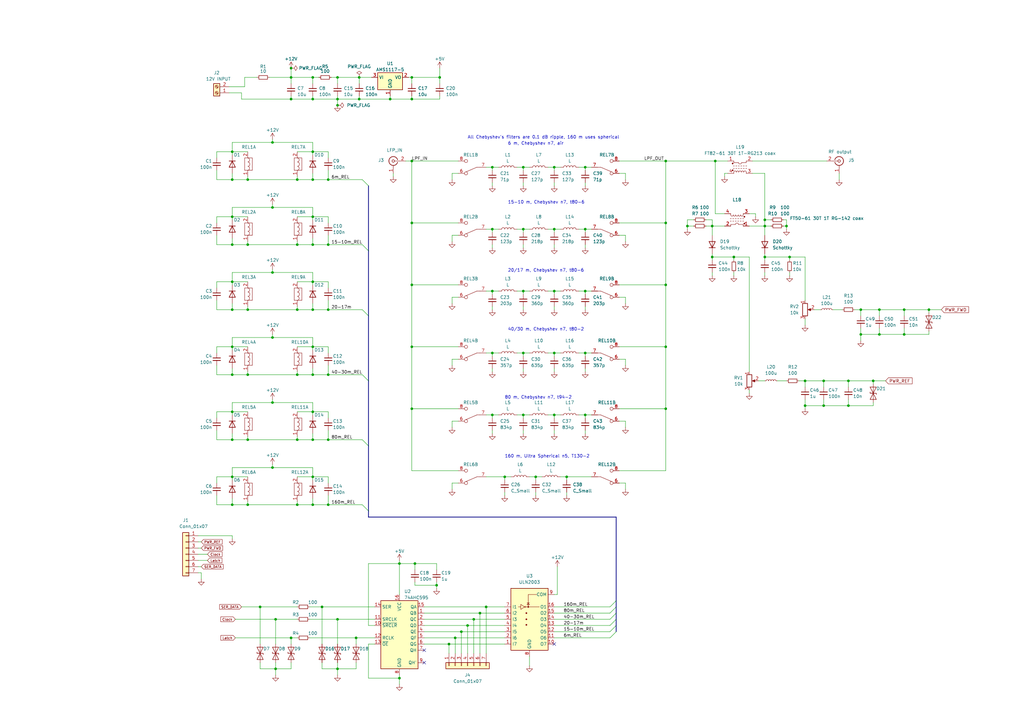
<source format=kicad_sch>
(kicad_sch (version 20231120) (generator "eeschema") (generator_version "8.0")
  (paper "A3")
  (title_block (title "LPF 160m-6m 1 kW") (date "2024-05-10") (rev "1.1") (company "SP6GK") (comment 1 "Shift register + driver") (comment 2 "SWR bridge"))
  (junction (at 313.69 105.41))
  (junction (at 360.68 137.16))
  (junction (at 101.6 73.66))
  (junction (at 128.27 142.24))
  (junction (at 337.82 166.37))
  (junction (at 214.63 170.18))
  (junction (at 119.38 261.62))
  (junction (at 219.71 195.58))
  (junction (at 95.25 62.23))
  (junction (at 111.76 85.09))
  (junction (at 227.33 144.78))
  (junction (at 121.92 100.33))
  (junction (at 138.43 274.32))
  (junction (at 121.92 127))
  (junction (at 170.18 231.14))
  (junction (at 128.27 153.67))
  (junction (at 132.08 248.92))
  (junction (at 106.68 248.92))
  (junction (at 273.05 66.04))
  (junction (at 138.43 43.18))
  (junction (at 227.33 119.38))
  (junction (at 313.69 90.17))
  (junction (at 134.62 153.67))
  (junction (at 322.58 92.71))
  (junction (at 313.69 92.71))
  (junction (at 101.6 207.01))
  (junction (at 147.32 40.64))
  (junction (at 358.14 156.21))
  (junction (at 227.33 170.18))
  (junction (at 330.2 166.37))
  (junction (at 281.94 92.71))
  (junction (at 323.85 105.41))
  (junction (at 214.63 93.98))
  (junction (at 347.98 156.21))
  (junction (at 240.03 119.38))
  (junction (at 201.93 93.98))
  (junction (at 128.27 195.58))
  (junction (at 240.03 170.18))
  (junction (at 111.76 165.1))
  (junction (at 353.06 127))
  (junction (at 199.39 248.92))
  (junction (at 227.33 68.58))
  (junction (at 95.25 100.33))
  (junction (at 138.43 40.64))
  (junction (at 201.93 170.18))
  (junction (at 214.63 68.58))
  (junction (at 330.2 156.21))
  (junction (at 101.6 153.67))
  (junction (at 214.63 119.38))
  (junction (at 111.76 138.43))
  (junction (at 121.92 153.67))
  (junction (at 214.63 144.78))
  (junction (at 240.03 144.78))
  (junction (at 163.83 278.13))
  (junction (at 168.91 40.64))
  (junction (at 168.91 167.64))
  (junction (at 95.25 168.91))
  (junction (at 134.62 73.66))
  (junction (at 168.91 91.44))
  (junction (at 180.34 31.75))
  (junction (at 128.27 73.66))
  (junction (at 95.25 207.01))
  (junction (at 370.84 127))
  (junction (at 337.82 156.21))
  (junction (at 273.05 91.44))
  (junction (at 134.62 127))
  (junction (at 273.05 142.24))
  (junction (at 360.68 127))
  (junction (at 101.6 180.34))
  (junction (at 196.85 251.46))
  (junction (at 128.27 62.23))
  (junction (at 273.05 167.64))
  (junction (at 134.62 207.01))
  (junction (at 101.6 127))
  (junction (at 168.91 66.04))
  (junction (at 119.38 27.94))
  (junction (at 95.25 115.57))
  (junction (at 240.03 68.58))
  (junction (at 128.27 88.9))
  (junction (at 134.62 180.34))
  (junction (at 121.92 207.01))
  (junction (at 121.92 180.34))
  (junction (at 201.93 144.78))
  (junction (at 191.77 256.54))
  (junction (at 347.98 166.37))
  (junction (at 273.05 116.84))
  (junction (at 168.91 116.84))
  (junction (at 160.02 40.64))
  (junction (at 186.69 261.62))
  (junction (at 201.93 68.58))
  (junction (at 300.99 105.41))
  (junction (at 95.25 73.66))
  (junction (at 138.43 254))
  (junction (at 184.15 264.16))
  (junction (at 121.92 73.66))
  (junction (at 292.1 92.71))
  (junction (at 293.37 66.04))
  (junction (at 128.27 207.01))
  (junction (at 95.25 153.67))
  (junction (at 113.03 274.32))
  (junction (at 201.93 119.38))
  (junction (at 128.27 115.57))
  (junction (at 138.43 31.75))
  (junction (at 134.62 100.33))
  (junction (at 240.03 93.98))
  (junction (at 119.38 40.64))
  (junction (at 168.91 31.75))
  (junction (at 232.41 195.58))
  (junction (at 95.25 195.58))
  (junction (at 194.31 254))
  (junction (at 128.27 31.75))
  (junction (at 95.25 142.24))
  (junction (at 95.25 88.9))
  (junction (at 119.38 31.75))
  (junction (at 128.27 180.34))
  (junction (at 111.76 58.42))
  (junction (at 207.01 195.58))
  (junction (at 95.25 127))
  (junction (at 179.07 240.03))
  (junction (at 128.27 168.91))
  (junction (at 353.06 137.16))
  (junction (at 292.1 105.41))
  (junction (at 111.76 111.76))
  (junction (at 147.32 31.75))
  (junction (at 227.33 93.98))
  (junction (at 128.27 40.64))
  (junction (at 128.27 127))
  (junction (at 370.84 137.16))
  (junction (at 168.91 142.24))
  (junction (at 101.6 100.33))
  (junction (at 111.76 191.77))
  (junction (at 128.27 100.33))
  (junction (at 95.25 180.34))
  (junction (at 189.23 259.08))
  (junction (at 113.03 254))
  (junction (at 381 127))
  (junction (at 146.05 261.62))
  (junction (at 163.83 231.14))
  (no_connect (at 173.99 266.7))
  (no_connect (at 173.99 271.78))
  (no_connect (at 227.33 264.16))
  (bus_entry (at 250.19 248.92) (size 2.54 -2.54))
  (bus_entry (at 148.59 153.67) (size 2.54 2.54))
  (bus_entry (at 250.19 254) (size 2.54 -2.54))
  (bus_entry (at 148.59 73.66) (size 2.54 2.54))
  (bus_entry (at 148.59 207.01) (size 2.54 2.54))
  (bus_entry (at 148.59 180.34) (size 2.54 2.54))
  (bus_entry (at 250.19 261.62) (size 2.54 -2.54))
  (bus_entry (at 250.19 259.08) (size 2.54 -2.54))
  (bus_entry (at 250.19 256.54) (size 2.54 -2.54))
  (bus_entry (at 148.59 100.33) (size 2.54 2.54))
  (bus_entry (at 250.19 251.46) (size 2.54 -2.54))
  (bus_entry (at 148.59 127) (size 2.54 2.54))
  (wire (pts (xy 168.91 66.04) (xy 168.91 91.44)))
  (wire (pts (xy 185.42 121.92) (xy 187.96 121.92)))
  (wire (pts (xy 100.33 31.75) (xy 105.41 31.75)))
  (wire (pts (xy 201.93 170.18) (xy 201.93 171.45)))
  (wire (pts (xy 186.69 261.62) (xy 207.01 261.62)))
  (wire (pts (xy 199.39 119.38) (xy 201.93 119.38)))
  (wire (pts (xy 134.62 100.33) (xy 148.59 100.33)))
  (wire (pts (xy 184.15 264.16) (xy 207.01 264.16)))
  (wire (pts (xy 119.38 274.32) (xy 119.38 271.78)))
  (wire (pts (xy 293.37 66.04) (xy 298.45 66.04)))
  (wire (pts (xy 111.76 57.15) (xy 111.76 58.42)))
  (wire (pts (xy 330.2 166.37) (xy 337.82 166.37)))
  (wire (pts (xy 227.33 93.98) (xy 229.87 93.98)))
  (wire (pts (xy 168.91 40.64) (xy 168.91 39.37)))
  (wire (pts (xy 311.15 156.21) (xy 313.69 156.21)))
  (wire (pts (xy 207.01 195.58) (xy 207.01 196.85)))
  (wire (pts (xy 180.34 31.75) (xy 180.34 34.29)))
  (wire (pts (xy 160.02 40.64) (xy 168.91 40.64)))
  (wire (pts (xy 227.33 254) (xy 250.19 254)))
  (wire (pts (xy 106.68 274.32) (xy 113.03 274.32)))
  (wire (pts (xy 119.38 31.75) (xy 119.38 34.29)))
  (wire (pts (xy 121.92 207.01) (xy 121.92 205.74)))
  (wire (pts (xy 173.99 259.08) (xy 189.23 259.08)))
  (wire (pts (xy 330.2 167.64) (xy 330.2 166.37)))
  (wire (pts (xy 127 248.92) (xy 132.08 248.92)))
  (wire (pts (xy 121.92 261.62) (xy 119.38 261.62)))
  (wire (pts (xy 128.27 85.09) (xy 128.27 88.9)))
  (wire (pts (xy 134.62 123.19) (xy 134.62 127)))
  (wire (pts (xy 214.63 170.18) (xy 214.63 171.45)))
  (wire (pts (xy 134.62 176.53) (xy 134.62 180.34)))
  (wire (pts (xy 232.41 201.93) (xy 232.41 203.2)))
  (wire (pts (xy 256.54 71.12) (xy 254 71.12)))
  (wire (pts (xy 187.96 91.44) (xy 168.91 91.44)))
  (wire (pts (xy 309.88 87.63) (xy 307.34 87.63)))
  (wire (pts (xy 227.33 176.53) (xy 227.33 177.8)))
  (wire (pts (xy 237.49 170.18) (xy 240.03 170.18)))
  (wire (pts (xy 95.25 85.09) (xy 111.76 85.09)))
  (wire (pts (xy 147.32 31.75) (xy 147.32 34.29)))
  (wire (pts (xy 313.69 71.12) (xy 313.69 90.17)))
  (wire (pts (xy 101.6 127) (xy 101.6 125.73)))
  (wire (pts (xy 173.99 251.46) (xy 196.85 251.46)))
  (wire (pts (xy 95.25 58.42) (xy 111.76 58.42)))
  (wire (pts (xy 95.25 153.67) (xy 101.6 153.67)))
  (wire (pts (xy 173.99 264.16) (xy 184.15 264.16)))
  (wire (pts (xy 313.69 105.41) (xy 313.69 106.68)))
  (wire (pts (xy 228.6 243.84) (xy 227.33 243.84)))
  (wire (pts (xy 95.25 138.43) (xy 111.76 138.43)))
  (wire (pts (xy 132.08 248.92) (xy 132.08 264.16)))
  (wire (pts (xy 344.17 71.12) (xy 344.17 73.66)))
  (wire (pts (xy 111.76 191.77) (xy 128.27 191.77)))
  (wire (pts (xy 134.62 69.85) (xy 134.62 73.66)))
  (wire (pts (xy 95.25 151.13) (xy 95.25 153.67)))
  (wire (pts (xy 323.85 113.03) (xy 323.85 111.76)))
  (wire (pts (xy 121.92 142.24) (xy 128.27 142.24)))
  (wire (pts (xy 232.41 195.58) (xy 232.41 196.85)))
  (wire (pts (xy 138.43 264.16) (xy 138.43 254)))
  (wire (pts (xy 121.92 180.34) (xy 128.27 180.34)))
  (wire (pts (xy 95.25 191.77) (xy 95.25 195.58)))
  (bus (pts (xy 252.73 248.92) (xy 252.73 251.46)))
  (wire (pts (xy 95.25 88.9) (xy 95.25 90.17)))
  (wire (pts (xy 121.92 127) (xy 121.92 125.73)))
  (wire (pts (xy 273.05 66.04) (xy 273.05 91.44)))
  (wire (pts (xy 95.25 111.76) (xy 95.25 115.57)))
  (wire (pts (xy 128.27 151.13) (xy 128.27 153.67)))
  (wire (pts (xy 358.14 165.1) (xy 358.14 166.37)))
  (wire (pts (xy 307.34 92.71) (xy 313.69 92.71)))
  (wire (pts (xy 353.06 127) (xy 353.06 129.54)))
  (wire (pts (xy 160.02 40.64) (xy 147.32 40.64)))
  (wire (pts (xy 101.6 73.66) (xy 121.92 73.66)))
  (wire (pts (xy 128.27 100.33) (xy 134.62 100.33)))
  (wire (pts (xy 128.27 191.77) (xy 128.27 195.58)))
  (wire (pts (xy 161.29 71.12) (xy 161.29 72.39)))
  (wire (pts (xy 95.25 195.58) (xy 101.6 195.58)))
  (wire (pts (xy 101.6 100.33) (xy 101.6 99.06)))
  (wire (pts (xy 313.69 105.41) (xy 323.85 105.41)))
  (wire (pts (xy 168.91 142.24) (xy 168.91 167.64)))
  (wire (pts (xy 185.42 71.12) (xy 187.96 71.12)))
  (wire (pts (xy 121.92 180.34) (xy 121.92 179.07)))
  (wire (pts (xy 199.39 144.78) (xy 201.93 144.78)))
  (wire (pts (xy 138.43 254) (xy 153.67 254)))
  (wire (pts (xy 185.42 73.66) (xy 185.42 71.12)))
  (wire (pts (xy 227.33 170.18) (xy 227.33 171.45)))
  (wire (pts (xy 219.71 195.58) (xy 222.25 195.58)))
  (wire (pts (xy 88.9 62.23) (xy 95.25 62.23)))
  (wire (pts (xy 95.25 142.24) (xy 101.6 142.24)))
  (wire (pts (xy 88.9 176.53) (xy 88.9 180.34)))
  (wire (pts (xy 88.9 100.33) (xy 95.25 100.33)))
  (wire (pts (xy 82.55 232.41) (xy 81.28 232.41)))
  (wire (pts (xy 281.94 92.71) (xy 284.48 92.71)))
  (wire (pts (xy 95.25 85.09) (xy 95.25 88.9)))
  (wire (pts (xy 318.77 156.21) (xy 322.58 156.21)))
  (wire (pts (xy 297.18 71.12) (xy 297.18 72.39)))
  (wire (pts (xy 337.82 166.37) (xy 337.82 163.83)))
  (wire (pts (xy 313.69 90.17) (xy 316.23 90.17)))
  (wire (pts (xy 240.03 170.18) (xy 242.57 170.18)))
  (wire (pts (xy 227.33 100.33) (xy 227.33 101.6)))
  (wire (pts (xy 214.63 93.98) (xy 217.17 93.98)))
  (wire (pts (xy 214.63 144.78) (xy 217.17 144.78)))
  (wire (pts (xy 138.43 40.64) (xy 128.27 40.64)))
  (wire (pts (xy 240.03 74.93) (xy 240.03 76.2)))
  (wire (pts (xy 212.09 144.78) (xy 214.63 144.78)))
  (wire (pts (xy 170.18 231.14) (xy 170.18 233.68)))
  (wire (pts (xy 179.07 238.76) (xy 179.07 240.03)))
  (wire (pts (xy 201.93 100.33) (xy 201.93 101.6)))
  (wire (pts (xy 128.27 58.42) (xy 128.27 62.23)))
  (wire (pts (xy 330.2 163.83) (xy 330.2 166.37)))
  (wire (pts (xy 128.27 39.37) (xy 128.27 40.64)))
  (wire (pts (xy 121.92 168.91) (xy 128.27 168.91)))
  (wire (pts (xy 322.58 92.71) (xy 322.58 90.17)))
  (wire (pts (xy 227.33 261.62) (xy 250.19 261.62)))
  (wire (pts (xy 88.9 142.24) (xy 95.25 142.24)))
  (wire (pts (xy 128.27 165.1) (xy 128.27 168.91)))
  (wire (pts (xy 132.08 271.78) (xy 132.08 274.32)))
  (bus (pts (xy 252.73 254) (xy 252.73 256.54)))
  (wire (pts (xy 284.48 90.17) (xy 281.94 90.17)))
  (wire (pts (xy 138.43 39.37) (xy 138.43 40.64)))
  (wire (pts (xy 381 127) (xy 386.08 127)))
  (wire (pts (xy 217.17 195.58) (xy 219.71 195.58)))
  (wire (pts (xy 219.71 201.93) (xy 219.71 203.2)))
  (wire (pts (xy 163.83 231.14) (xy 163.83 243.84)))
  (wire (pts (xy 370.84 137.16) (xy 370.84 134.62)))
  (wire (pts (xy 184.15 264.16) (xy 184.15 267.97)))
  (wire (pts (xy 128.27 115.57) (xy 128.27 116.84)))
  (wire (pts (xy 330.2 130.81) (xy 330.2 133.35)))
  (wire (pts (xy 189.23 259.08) (xy 189.23 267.97)))
  (wire (pts (xy 128.27 62.23) (xy 134.62 62.23)))
  (wire (pts (xy 101.6 73.66) (xy 101.6 72.39)))
  (wire (pts (xy 95.25 115.57) (xy 95.25 116.84)))
  (wire (pts (xy 119.38 27.94) (xy 119.38 31.75)))
  (wire (pts (xy 337.82 156.21) (xy 337.82 158.75)))
  (wire (pts (xy 201.93 93.98) (xy 201.93 95.25)))
  (bus (pts (xy 151.13 76.2) (xy 151.13 102.87)))
  (wire (pts (xy 163.83 229.87) (xy 163.83 231.14)))
  (wire (pts (xy 95.25 195.58) (xy 95.25 196.85)))
  (wire (pts (xy 254 167.64) (xy 273.05 167.64)))
  (wire (pts (xy 313.69 90.17) (xy 313.69 92.71)))
  (wire (pts (xy 281.94 93.98) (xy 281.94 92.71)))
  (wire (pts (xy 95.25 168.91) (xy 95.25 170.18)))
  (wire (pts (xy 101.6 127) (xy 121.92 127)))
  (wire (pts (xy 289.56 90.17) (xy 292.1 90.17)))
  (wire (pts (xy 227.33 119.38) (xy 229.87 119.38)))
  (wire (pts (xy 292.1 105.41) (xy 300.99 105.41)))
  (wire (pts (xy 240.03 93.98) (xy 242.57 93.98)))
  (wire (pts (xy 128.27 142.24) (xy 128.27 143.51)))
  (wire (pts (xy 289.56 92.71) (xy 292.1 92.71)))
  (wire (pts (xy 119.38 31.75) (xy 128.27 31.75)))
  (wire (pts (xy 292.1 90.17) (xy 292.1 92.71)))
  (wire (pts (xy 293.37 66.04) (xy 293.37 87.63)))
  (wire (pts (xy 227.33 119.38) (xy 227.33 120.65)))
  (wire (pts (xy 147.32 31.75) (xy 152.4 31.75)))
  (wire (pts (xy 101.6 153.67) (xy 121.92 153.67)))
  (wire (pts (xy 101.6 207.01) (xy 101.6 205.74)))
  (bus (pts (xy 252.73 246.38) (xy 252.73 248.92)))
  (wire (pts (xy 219.71 195.58) (xy 219.71 196.85)))
  (wire (pts (xy 214.63 74.93) (xy 214.63 76.2)))
  (wire (pts (xy 81.28 219.71) (xy 95.25 219.71)))
  (wire (pts (xy 185.42 200.66) (xy 185.42 198.12)))
  (wire (pts (xy 121.92 153.67) (xy 121.92 152.4)))
  (wire (pts (xy 88.9 153.67) (xy 95.25 153.67)))
  (wire (pts (xy 179.07 240.03) (xy 170.18 240.03)))
  (wire (pts (xy 82.55 224.79) (xy 81.28 224.79)))
  (wire (pts (xy 134.62 180.34) (xy 148.59 180.34)))
  (wire (pts (xy 201.93 144.78) (xy 204.47 144.78)))
  (wire (pts (xy 121.92 207.01) (xy 128.27 207.01)))
  (wire (pts (xy 313.69 92.71) (xy 313.69 96.52)))
  (wire (pts (xy 167.64 31.75) (xy 168.91 31.75)))
  (wire (pts (xy 201.93 68.58) (xy 204.47 68.58)))
  (wire (pts (xy 88.9 73.66) (xy 95.25 73.66)))
  (wire (pts (xy 199.39 68.58) (xy 201.93 68.58)))
  (wire (pts (xy 240.03 119.38) (xy 240.03 120.65)))
  (bus (pts (xy 151.13 182.88) (xy 151.13 209.55)))
  (wire (pts (xy 207.01 195.58) (xy 209.55 195.58)))
  (wire (pts (xy 128.27 88.9) (xy 134.62 88.9)))
  (wire (pts (xy 166.37 66.04) (xy 168.91 66.04)))
  (wire (pts (xy 128.27 138.43) (xy 128.27 142.24)))
  (wire (pts (xy 153.67 248.92) (xy 132.08 248.92)))
  (wire (pts (xy 121.92 195.58) (xy 128.27 195.58)))
  (wire (pts (xy 85.09 229.87) (xy 81.28 229.87)))
  (wire (pts (xy 119.38 261.62) (xy 119.38 264.16)))
  (wire (pts (xy 341.63 127) (xy 345.44 127)))
  (wire (pts (xy 201.93 170.18) (xy 204.47 170.18)))
  (wire (pts (xy 217.17 269.24) (xy 217.17 273.05)))
  (wire (pts (xy 121.92 153.67) (xy 128.27 153.67)))
  (wire (pts (xy 214.63 170.18) (xy 217.17 170.18)))
  (wire (pts (xy 95.25 62.23) (xy 95.25 63.5)))
  (wire (pts (xy 95.25 97.79) (xy 95.25 100.33)))
  (wire (pts (xy 134.62 207.01) (xy 148.59 207.01)))
  (wire (pts (xy 313.69 104.14) (xy 313.69 105.41)))
  (wire (pts (xy 95.25 100.33) (xy 101.6 100.33)))
  (wire (pts (xy 151.13 278.13) (xy 163.83 278.13)))
  (wire (pts (xy 214.63 93.98) (xy 214.63 95.25)))
  (wire (pts (xy 128.27 62.23) (xy 128.27 63.5)))
  (wire (pts (xy 95.25 165.1) (xy 111.76 165.1)))
  (wire (pts (xy 207.01 201.93) (xy 207.01 203.2)))
  (wire (pts (xy 170.18 231.14) (xy 163.83 231.14)))
  (wire (pts (xy 88.9 69.85) (xy 88.9 73.66)))
  (wire (pts (xy 330.2 156.21) (xy 337.82 156.21)))
  (wire (pts (xy 128.27 31.75) (xy 128.27 34.29)))
  (wire (pts (xy 292.1 113.03) (xy 292.1 111.76)))
  (wire (pts (xy 224.79 93.98) (xy 227.33 93.98)))
  (wire (pts (xy 128.27 97.79) (xy 128.27 100.33)))
  (wire (pts (xy 199.39 248.92) (xy 199.39 267.97)))
  (wire (pts (xy 307.34 160.02) (xy 307.34 161.29)))
  (wire (pts (xy 240.03 144.78) (xy 242.57 144.78)))
  (wire (pts (xy 168.91 66.04) (xy 187.96 66.04)))
  (wire (pts (xy 128.27 168.91) (xy 128.27 170.18)))
  (wire (pts (xy 128.27 71.12) (xy 128.27 73.66)))
  (bus (pts (xy 151.13 102.87) (xy 151.13 129.54)))
  (wire (pts (xy 212.09 68.58) (xy 214.63 68.58)))
  (wire (pts (xy 350.52 127) (xy 353.06 127)))
  (wire (pts (xy 256.54 200.66) (xy 256.54 198.12)))
  (wire (pts (xy 88.9 96.52) (xy 88.9 100.33)))
  (wire (pts (xy 180.34 39.37) (xy 180.34 40.64)))
  (bus (pts (xy 252.73 251.46) (xy 252.73 254)))
  (wire (pts (xy 298.45 71.12) (xy 297.18 71.12)))
  (wire (pts (xy 128.27 142.24) (xy 134.62 142.24)))
  (wire (pts (xy 121.92 73.66) (xy 128.27 73.66)))
  (wire (pts (xy 180.34 27.94) (xy 180.34 31.75)))
  (wire (pts (xy 134.62 153.67) (xy 148.59 153.67)))
  (wire (pts (xy 151.13 264.16) (xy 151.13 278.13)))
  (wire (pts (xy 168.91 193.04) (xy 187.96 193.04)))
  (wire (pts (xy 99.06 248.92) (xy 106.68 248.92)))
  (wire (pts (xy 201.93 74.93) (xy 201.93 76.2)))
  (wire (pts (xy 196.85 251.46) (xy 196.85 267.97)))
  (wire (pts (xy 201.93 68.58) (xy 201.93 69.85)))
  (wire (pts (xy 273.05 193.04) (xy 254 193.04)))
  (wire (pts (xy 88.9 203.2) (xy 88.9 207.01)))
  (wire (pts (xy 134.62 198.12) (xy 134.62 195.58)))
  (wire (pts (xy 96.52 254) (xy 113.03 254)))
  (wire (pts (xy 292.1 105.41) (xy 292.1 106.68)))
  (wire (pts (xy 360.68 127) (xy 370.84 127)))
  (wire (pts (xy 88.9 144.78) (xy 88.9 142.24)))
  (wire (pts (xy 224.79 119.38) (xy 227.33 119.38)))
  (wire (pts (xy 134.62 96.52) (xy 134.62 100.33)))
  (wire (pts (xy 227.33 93.98) (xy 227.33 95.25)))
  (wire (pts (xy 168.91 31.75) (xy 168.91 34.29)))
  (wire (pts (xy 292.1 92.71) (xy 292.1 96.52)))
  (wire (pts (xy 111.76 163.83) (xy 111.76 165.1)))
  (wire (pts (xy 227.33 251.46) (xy 250.19 251.46)))
  (wire (pts (xy 128.27 204.47) (xy 128.27 207.01)))
  (wire (pts (xy 95.25 71.12) (xy 95.25 73.66)))
  (wire (pts (xy 168.91 31.75) (xy 180.34 31.75)))
  (wire (pts (xy 240.03 68.58) (xy 242.57 68.58)))
  (wire (pts (xy 194.31 254) (xy 207.01 254)))
  (wire (pts (xy 313.69 113.03) (xy 313.69 111.76)))
  (wire (pts (xy 185.42 96.52) (xy 187.96 96.52)))
  (wire (pts (xy 227.33 74.93) (xy 227.33 76.2)))
  (wire (pts (xy 256.54 99.06) (xy 256.54 96.52)))
  (wire (pts (xy 237.49 68.58) (xy 240.03 68.58)))
  (wire (pts (xy 82.55 234.95) (xy 82.55 237.49)))
  (wire (pts (xy 111.76 137.16) (xy 111.76 138.43)))
  (wire (pts (xy 370.84 137.16) (xy 381 137.16)))
  (wire (pts (xy 199.39 248.92) (xy 207.01 248.92)))
  (wire (pts (xy 88.9 64.77) (xy 88.9 62.23)))
  (wire (pts (xy 95.25 73.66) (xy 101.6 73.66)))
  (wire (pts (xy 358.14 156.21) (xy 363.22 156.21)))
  (wire (pts (xy 101.6 180.34) (xy 101.6 179.07)))
  (wire (pts (xy 337.82 166.37) (xy 347.98 166.37)))
  (wire (pts (xy 100.33 35.56) (xy 100.33 31.75)))
  (wire (pts (xy 360.68 137.16) (xy 370.84 137.16)))
  (wire (pts (xy 128.27 115.57) (xy 134.62 115.57)))
  (wire (pts (xy 360.68 137.16) (xy 360.68 134.62)))
  (wire (pts (xy 254 66.04) (xy 273.05 66.04)))
  (wire (pts (xy 240.03 144.78) (xy 240.03 146.05)))
  (wire (pts (xy 237.49 144.78) (xy 240.03 144.78)))
  (bus (pts (xy 252.73 256.54) (xy 252.73 259.08)))
  (wire (pts (xy 113.03 274.32) (xy 113.03 276.86)))
  (wire (pts (xy 138.43 271.78) (xy 138.43 274.32)))
  (wire (pts (xy 256.54 124.46) (xy 256.54 121.92)))
  (wire (pts (xy 151.13 256.54) (xy 151.13 231.14)))
  (wire (pts (xy 337.82 156.21) (xy 347.98 156.21)))
  (wire (pts (xy 134.62 64.77) (xy 134.62 62.23)))
  (wire (pts (xy 95.25 88.9) (xy 101.6 88.9)))
  (wire (pts (xy 240.03 176.53) (xy 240.03 177.8)))
  (wire (pts (xy 353.06 139.7) (xy 353.06 137.16)))
  (wire (pts (xy 313.69 92.71) (xy 316.23 92.71)))
  (wire (pts (xy 153.67 256.54) (xy 151.13 256.54)))
  (wire (pts (xy 88.9 127) (xy 95.25 127)))
  (wire (pts (xy 146.05 261.62) (xy 146.05 264.16)))
  (wire (pts (xy 313.69 71.12) (xy 308.61 71.12)))
  (wire (pts (xy 88.9 115.57) (xy 95.25 115.57)))
  (wire (pts (xy 224.79 144.78) (xy 227.33 144.78)))
  (wire (pts (xy 185.42 198.12) (xy 187.96 198.12)))
  (wire (pts (xy 214.63 68.58) (xy 214.63 69.85)))
  (wire (pts (xy 273.05 66.04) (xy 293.37 66.04)))
  (wire (pts (xy 111.76 165.1) (xy 128.27 165.1)))
  (wire (pts (xy 134.62 118.11) (xy 134.62 115.57)))
  (wire (pts (xy 212.09 93.98) (xy 214.63 93.98)))
  (wire (pts (xy 185.42 147.32) (xy 187.96 147.32)))
  (wire (pts (xy 95.25 207.01) (xy 101.6 207.01)))
  (wire (pts (xy 128.27 207.01) (xy 134.62 207.01)))
  (wire (pts (xy 185.42 149.86) (xy 185.42 147.32)))
  (wire (pts (xy 292.1 104.14) (xy 292.1 105.41)))
  (wire (pts (xy 237.49 119.38) (xy 240.03 119.38)))
  (wire (pts (xy 121.92 127) (xy 128.27 127)))
  (wire (pts (xy 82.55 222.25) (xy 81.28 222.25)))
  (wire (pts (xy 237.49 93.98) (xy 240.03 93.98)))
  (wire (pts (xy 88.9 91.44) (xy 88.9 88.9)))
  (wire (pts (xy 227.33 248.92) (xy 250.19 248.92)))
  (wire (pts (xy 381 127) (xy 381 128.27)))
  (wire (pts (xy 214.63 100.33) (xy 214.63 101.6)))
  (wire (pts (xy 240.03 93.98) (xy 240.03 95.25)))
  (wire (pts (xy 168.91 91.44) (xy 168.91 116.84)))
  (wire (pts (xy 308.61 66.04) (xy 339.09 66.04)))
  (wire (pts (xy 95.25 58.42) (xy 95.25 62.23)))
  (wire (pts (xy 370.84 127) (xy 370.84 129.54)))
  (wire (pts (xy 256.54 147.32) (xy 254 147.32)))
  (wire (pts (xy 194.31 254) (xy 194.31 267.97)))
  (bus (pts (xy 151.13 156.21) (xy 151.13 182.88)))
  (wire (pts (xy 95.25 62.23) (xy 101.6 62.23)))
  (wire (pts (xy 168.91 116.84) (xy 168.91 142.24)))
  (wire (pts (xy 201.93 119.38) (xy 204.47 119.38)))
  (wire (pts (xy 88.9 168.91) (xy 95.25 168.91)))
  (wire (pts (xy 227.33 144.78) (xy 227.33 146.05)))
  (wire (pts (xy 256.54 121.92) (xy 254 121.92)))
  (wire (pts (xy 113.03 264.16) (xy 113.03 254)))
  (wire (pts (xy 199.39 195.58) (xy 207.01 195.58)))
  (wire (pts (xy 199.39 93.98) (xy 201.93 93.98)))
  (wire (pts (xy 353.06 137.16) (xy 360.68 137.16)))
  (wire (pts (xy 95.25 165.1) (xy 95.25 168.91)))
  (wire (pts (xy 134.62 73.66) (xy 148.59 73.66)))
  (wire (pts (xy 187.96 167.64) (xy 168.91 167.64)))
  (bus (pts (xy 151.13 129.54) (xy 151.13 156.21)))
  (wire (pts (xy 227.33 259.08) (xy 250.19 259.08)))
  (wire (pts (xy 111.76 111.76) (xy 128.27 111.76)))
  (wire (pts (xy 128.27 180.34) (xy 134.62 180.34)))
  (wire (pts (xy 128.27 73.66) (xy 134.62 73.66)))
  (wire (pts (xy 191.77 256.54) (xy 207.01 256.54)))
  (wire (pts (xy 134.62 144.78) (xy 134.62 142.24)))
  (wire (pts (xy 185.42 172.72) (xy 187.96 172.72)))
  (wire (pts (xy 309.88 88.9) (xy 309.88 87.63)))
  (bus (pts (xy 151.13 212.09) (xy 252.73 212.09)))
  (wire (pts (xy 292.1 92.71) (xy 297.18 92.71)))
  (wire (pts (xy 189.23 259.08) (xy 207.01 259.08)))
  (wire (pts (xy 151.13 231.14) (xy 163.83 231.14)))
  (wire (pts (xy 330.2 156.21) (xy 330.2 158.75)))
  (wire (pts (xy 214.63 68.58) (xy 217.17 68.58)))
  (wire (pts (xy 160.02 39.37) (xy 160.02 40.64)))
  (wire (pts (xy 138.43 43.18) (xy 138.43 40.64)))
  (wire (pts (xy 173.99 256.54) (xy 191.77 256.54)))
  (wire (pts (xy 229.87 195.58) (xy 232.41 195.58)))
  (wire (pts (xy 121.92 100.33) (xy 128.27 100.33)))
  (wire (pts (xy 106.68 271.78) (xy 106.68 274.32)))
  (wire (pts (xy 256.54 96.52) (xy 254 96.52)))
  (wire (pts (xy 353.06 127) (xy 360.68 127)))
  (wire (pts (xy 323.85 105.41) (xy 330.2 105.41)))
  (wire (pts (xy 121.92 248.92) (xy 106.68 248.92)))
  (wire (pts (xy 186.69 261.62) (xy 186.69 267.97)))
  (wire (pts (xy 121.92 62.23) (xy 128.27 62.23)))
  (wire (pts (xy 224.79 170.18) (xy 227.33 170.18)))
  (wire (pts (xy 173.99 254) (xy 194.31 254)))
  (wire (pts (xy 101.6 100.33) (xy 121.92 100.33)))
  (bus (pts (xy 252.73 212.09) (xy 252.73 246.38)))
  (wire (pts (xy 88.9 195.58) (xy 95.25 195.58)))
  (wire (pts (xy 128.27 153.67) (xy 134.62 153.67)))
  (wire (pts (xy 111.76 110.49) (xy 111.76 111.76)))
  (wire (pts (xy 214.63 119.38) (xy 217.17 119.38)))
  (wire (pts (xy 227.33 170.18) (xy 229.87 170.18)))
  (wire (pts (xy 128.27 127) (xy 134.62 127)))
  (wire (pts (xy 214.63 151.13) (xy 214.63 152.4)))
  (wire (pts (xy 224.79 68.58) (xy 227.33 68.58)))
  (wire (pts (xy 168.91 40.64) (xy 180.34 40.64)))
  (wire (pts (xy 293.37 87.63) (xy 297.18 87.63)))
  (wire (pts (xy 212.09 119.38) (xy 214.63 119.38)))
  (wire (pts (xy 119.38 40.64) (xy 119.38 39.37)))
  (wire (pts (xy 88.9 88.9) (xy 95.25 88.9)))
  (wire (pts (xy 240.03 170.18) (xy 240.03 171.45)))
  (wire (pts (xy 111.76 83.82) (xy 111.76 85.09)))
  (wire (pts (xy 334.01 127) (xy 336.55 127)))
  (wire (pts (xy 88.9 207.01) (xy 95.25 207.01)))
  (wire (pts (xy 187.96 142.24) (xy 168.91 142.24)))
  (wire (pts (xy 113.03 254) (xy 121.92 254)))
  (wire (pts (xy 153.67 264.16) (xy 151.13 264.16)))
  (wire (pts (xy 147.32 40.64) (xy 138.43 40.64)))
  (wire (pts (xy 81.28 234.95) (xy 82.55 234.95)))
  (wire (pts (xy 347.98 166.37) (xy 347.98 163.83)))
  (wire (pts (xy 170.18 240.03) (xy 170.18 238.76)))
  (wire (pts (xy 214.63 176.53) (xy 214.63 177.8)))
  (wire (pts (xy 128.27 124.46) (xy 128.27 127)))
  (wire (pts (xy 93.98 35.56) (xy 100.33 35.56)))
  (wire (pts (xy 201.93 151.13) (xy 201.93 152.4)))
  (wire (pts (xy 121.92 88.9) (xy 128.27 88.9)))
  (wire (pts (xy 240.03 125.73) (xy 240.03 127)))
  (wire (pts (xy 227.33 151.13) (xy 227.33 152.4)))
  (wire (pts (xy 95.25 124.46) (xy 95.25 127)))
  (wire (pts (xy 111.76 58.42) (xy 128.27 58.42)))
  (wire (pts (xy 88.9 171.45) (xy 88.9 168.91)))
  (wire (pts (xy 358.14 156.21) (xy 358.14 157.48)))
  (wire (pts (xy 330.2 105.41) (xy 330.2 123.19)))
  (wire (pts (xy 95.25 168.91) (xy 101.6 168.91)))
  (wire (pts (xy 163.83 278.13) (xy 163.83 280.67)))
  (wire (pts (xy 370.84 127) (xy 381 127)))
  (wire (pts (xy 227.33 68.58) (xy 227.33 69.85)))
  (wire (pts (xy 130.81 31.75) (xy 128.27 31.75)))
  (wire (pts (xy 185.42 99.06) (xy 185.42 96.52)))
  (wire (pts (xy 214.63 125.73) (xy 214.63 127)))
  (wire (pts (xy 128.27 40.64) (xy 119.38 40.64)))
  (wire (pts (xy 179.07 240.03) (xy 179.07 241.3)))
  (wire (pts (xy 121.92 115.57) (xy 128.27 115.57)))
  (wire (pts (xy 256.54 73.66) (xy 256.54 71.12)))
  (wire (pts (xy 95.25 127) (xy 101.6 127)))
  (wire (pts (xy 256.54 149.86) (xy 256.54 147.32)))
  (wire (pts (xy 322.58 92.71) (xy 322.58 93.98)))
  (wire (pts (xy 273.05 116.84) (xy 273.05 142.24)))
  (wire (pts (xy 128.27 111.76) (xy 128.27 115.57)))
  (wire (pts (xy 256.54 172.72) (xy 254 172.72)))
  (wire (pts (xy 113.03 274.32) (xy 119.38 274.32)))
  (wire (pts (xy 227.33 256.54) (xy 250.19 256.54)))
  (wire (pts (xy 201.93 93.98) (xy 204.47 93.98)))
  (wire (pts (xy 300.99 105.41) (xy 307.34 105.41)))
  (wire (pts (xy 281.94 90.17) (xy 281.94 92.71)))
  (wire (pts (xy 347.98 156.21) (xy 358.14 156.21)))
  (wire (pts (xy 113.03 271.78) (xy 113.03 274.32)))
  (wire (pts (xy 132.08 274.32) (xy 138.43 274.32)))
  (wire (pts (xy 227.33 68.58) (xy 229.87 68.58)))
  (wire (pts (xy 254 116.84) (xy 273.05 116.84)))
  (wire (pts (xy 88.9 180.34) (xy 95.25 180.34)))
  (wire (pts (xy 254 142.24) (xy 273.05 142.24)))
  (wire (pts (xy 323.85 105.41) (xy 323.85 106.68)))
  (wire (pts (xy 256.54 198.12) (xy 254 198.12)))
  (wire (pts (xy 227.33 144.78) (xy 229.87 144.78)))
  (wire (pts (xy 95.25 177.8) (xy 95.25 180.34)))
  (wire (pts (xy 128.27 177.8) (xy 128.27 180.34)))
  (wire (pts (xy 101.6 180.34) (xy 121.92 180.34)))
  (bus (pts (xy 151.13 209.55) (xy 151.13 212.09)))
  (wire (pts (xy 88.9 123.19) (xy 88.9 127)))
  (wire (pts (xy 170.18 231.14) (xy 179.07 231.14)))
  (wire (pts (xy 128.27 195.58) (xy 134.62 195.58)))
  (wire (pts (xy 214.63 119.38) (xy 214.63 120.65)))
  (wire (pts (xy 360.68 127) (xy 360.68 129.54)))
  (wire (pts (xy 256.54 175.26) (xy 256.54 172.72)))
  (wire (pts (xy 101.6 207.01) (xy 121.92 207.01)))
  (wire (pts (xy 227.33 125.73) (xy 227.33 127)))
  (wire (pts (xy 134.62 149.86) (xy 134.62 153.67)))
  (wire (pts (xy 212.09 170.18) (xy 214.63 170.18)))
  (wire (pts (xy 135.89 31.75) (xy 138.43 31.75)))
  (wire (pts (xy 322.58 92.71) (xy 321.31 92.71)))
  (wire (pts (xy 134.62 203.2) (xy 134.62 207.01)))
  (wire (pts (xy 228.6 232.41) (xy 228.6 243.84)))
  (wire (pts (xy 106.68 248.92) (xy 106.68 264.16)))
  (wire (pts (xy 96.52 261.62) (xy 119.38 261.62)))
  (wire (pts (xy 95.25 138.43) (xy 95.25 142.24)))
  (wire (pts (xy 300.99 113.03) (xy 300.99 111.76)))
  (wire (pts (xy 191.77 256.54) (xy 191.77 267.97)))
  (wire (pts (xy 110.49 31.75) (xy 119.38 31.75)))
  (wire (pts (xy 240.03 151.13) (xy 240.03 152.4)))
  (wire (pts (xy 214.63 144.78) (xy 214.63 146.05)))
  (wire (pts (xy 111.76 190.5) (xy 111.76 191.77)))
  (wire (pts (xy 146.05 261.62) (xy 153.67 261.62)))
  (wire (pts (xy 128.27 195.58) (xy 128.27 196.85)))
  (wire (pts (xy 187.96 116.84) (xy 168.91 116.84)))
  (wire (pts (xy 199.39 170.18) (xy 201.93 170.18)))
  (wire (pts (xy 327.66 156.21) (xy 330.2 156.21)))
  (wire (pts (xy 121.92 100.33) (xy 121.92 99.06)))
  (wire (pts (xy 273.05 91.44) (xy 273.05 116.84)))
  (wire (pts (xy 134.62 127) (xy 148.59 127)))
  (wire (pts (xy 201.93 125.73) (xy 201.93 127)))
  (wire (pts (xy 128.27 168.91) (xy 134.62 168.91)))
  (wire (pts (xy 353.06 134.62) (xy 353.06 137.16)))
  (wire (pts (xy 121.92 73.66) (xy 121.92 72.39)))
  (wire (pts (xy 95.25 115.57) (xy 101.6 115.57)))
  (wire (pts (xy 307.34 105.41) (xy 307.34 152.4)))
  (wire (pts (xy 95.25 204.47) (xy 95.25 207.01)))
  (wire (pts (xy 173.99 248.92) (xy 199.39 248.92)))
  (wire (pts (xy 127 254) (xy 138.43 254)))
  (wire (pts (xy 347.98 166.37) (xy 358.14 166.37)))
  (wire (pts (xy 88.9 198.12) (xy 88.9 195.58)))
  (wire (pts (xy 88.9 149.86) (xy 88.9 153.67)))
  (wire (pts (xy 95.25 142.24) (xy 95.25 143.51)))
  (wire (pts (xy 138.43 274.32) (xy 146.05 274.32)))
  (wire (pts (xy 201.93 144.78) (xy 201.93 146.05)))
  (wire (pts (xy 95.25 180.34) (xy 101.6 180.34)))
  (wire (pts (xy 381 135.89) (xy 381 137.16)))
  (wire (pts (xy 111.76 85.09) (xy 128.27 85.09)))
  (wire (pts (xy 88.9 118.11) (xy 88.9 115.57)))
  (wire (pts (xy 179.07 233.68) (xy 179.07 231.14)))
  (wire (pts (xy 138.43 274.32) (xy 138.43 276.86)))
  (wire (pts (xy 138.43 31.75) (xy 138.43 34.29)))
  (wire (pts (xy 99.06 40.64) (xy 99.06 38.1)))
  (wire (pts (xy 254 91.44) (xy 273.05 91.44)))
  (wire (pts (xy 111.76 138.43) (xy 128.27 138.43)))
  (wire (pts (xy 146.05 274.32) (xy 146.05 271.78)))
  (wire (pts (xy 95.25 191.77) (xy 111.76 191.77)))
  (wire (pts (xy 196.85 251.46) (xy 207.01 251.46)))
  (wire (pts (xy 232.41 195.58) (xy 242.57 195.58)))
  (wire (pts (xy 147.32 39.37) (xy 147.32 40.64)))
  (wire (pts (xy 138.43 31.75) (xy 147.32 31.75)))
  (wire (pts (xy 185.42 124.46) (xy 185.42 121.92)))
  (wire (pts (xy 95.25 111.76) (xy 111.76 111.76)))
  (wire (pts (xy 163.83 276.86) (xy 163.83 278.13)))
  (wire (pts (xy 273.05 167.64) (xy 273.05 193.04)))
  (wire (pts (xy 273.05 142.24) (xy 273.05 167.64)))
  (wire (pts (xy 240.03 100.33) (xy 240.03 101.6)))
  (wire (pts (xy 99.06 38.1) (xy 93.98 38.1)))
  (wire (pts (xy 95.25 219.71) (xy 95.25 220.98)))
  (wire (pts (xy 201.93 176.53) (xy 201.93 177.8)))
  (wire (pts (xy 240.03 68.58) (xy 240.03 69.85)))
  (wire (pts (xy 168.91 167.64) (xy 168.91 193.04)))
  (wire (pts (xy 134.62 171.45) (xy 134.62 168.91)))
  (wire (pts (xy 85.09 227.33) (xy 81.28 227.33)))
  (wire (pts (xy 347.98 156.21) (xy 347.98 158.75)))
  (wire (pts (xy 321.31 90.17) (xy 322.58 90.17)))
  (wire (pts (xy 101.6 153.67) (xy 101.6 152.4)))
  (wire (pts (xy 240.03 119.38) (xy 242.57 119.38)))
  (wire (pts (xy 134.62 91.44) (xy 134.62 88.9)))
  (wire (pts (xy 300.99 105.41) (xy 300.99 106.68)))
  (wire (pts (xy 119.38 40.64) (xy 99.06 40.64)))
  (wire (pts (xy 128.27 88.9) (xy 128.27 90.17)))
  (wire (pts (xy 127 261.62) (xy 146.05 261.62)))
  (wire (pts (xy 201.93 119.38) (xy 201.93 120.65)))
  (wire (pts (xy 173.99 261.62) (xy 186.69 261.62)))
  (wire (pts (xy 185.42 175.26) (xy 185.42 172.72)))
  (text "15-10 m, Chebyshev n7, t80-6\n" (at 208.28 83.82 0) (effects (font (size 1.27 1.27)) (justify left bottom)))
  (text "6 m, Chebyshev n7, air" (at 208.28 59.69 0) (effects (font (size 1.27 1.27)) (justify left bottom)))
  (text "All Chebyshev's filters are 0.1 dB ripple, 160 m uses spherical" (at 191.77 57.15 0) (effects (font (size 1.27 1.27)) (justify left bottom)))
  (text "20/17 m, Chebyshev n7, t80-6\n" (at 208.28 111.76 0) (effects (font (size 1.27 1.27)) (justify left bottom)))
  (text "80 m, Chebyshev n7, t94-2" (at 207.01 163.83 0) (effects (font (size 1.27 1.27)) (justify left bottom)))
  (text "40/30 m, Chebyshev n7, t80-2" (at 208.28 135.89 0) (effects (font (size 1.27 1.27)) (justify left bottom)))
  (text "160 m, Ultra Spherical n5, T130-2" (at 207.01 187.96 0) (effects (font (size 1.27 1.27)) (justify left bottom)))
  (label "LPF_IN" (at 168.91 66.04 0))
  (label "15-10m_REL" (at 135.89 100.33 0))
  (label "6m_REL" (at 231.14 261.62 0))
  (label "80m_REL" (at 231.14 251.46 0))
  (label "40-30m_REL" (at 135.89 153.67 0))
  (label "LPF_OUT" (at 264.16 66.04 0))
  (label "80m_REL" (at 135.89 180.34 0))
  (label "15-10m_REL" (at 231.14 259.08 0))
  (label "6m_REL" (at 135.89 73.66 0))
  (label "20-17m" (at 231.14 256.54 0))
  (label "40-30m_REL" (at 231.14 254 0))
  (label "160m_REL" (at 135.89 207.01 0))
  (label "160m_REL" (at 231.14 248.92 0))
  (label "20-17m" (at 135.89 127 0))
  (global_label "PWR_REF" (shape input) (at 82.55 222.25 0) (effects (font (size 1 1))) (property "Intersheetrefs" "${INTERSHEET_REFS}" (effects (hide yes))))
  (global_label "PWR_FWD" (shape input) (at 82.55 224.79 0) (effects (font (size 1 1))) (property "Intersheetrefs" "${INTERSHEET_REFS}" (effects (hide yes))))
  (global_label "Latch" (shape input) (at 96.52 261.62 180) (effects (font (size 1 1))) (property "Intersheetrefs" "${INTERSHEET_REFS}" (effects (hide yes))))
  (global_label "Clock" (shape input) (at 85.09 227.33 0) (effects (font (size 1 1))) (property "Intersheetrefs" "${INTERSHEET_REFS}" (effects (hide yes))))
  (global_label "PWR_REF" (shape input) (at 363.22 156.21 0) (property "Intersheetrefs" "${INTERSHEET_REFS}" (effects (hide yes))))
  (global_label "Clock" (shape input) (at 96.52 254 180) (effects (font (size 1 1))) (property "Intersheetrefs" "${INTERSHEET_REFS}" (effects (hide yes))))
  (global_label "Latch" (shape input) (at 85.09 229.87 0) (effects (font (size 1 1))) (property "Intersheetrefs" "${INTERSHEET_REFS}" (effects (hide yes))))
  (global_label "SER_DATA" (shape input) (at 99.06 248.92 180) (effects (font (size 1 1))) (property "Intersheetrefs" "${INTERSHEET_REFS}" (effects (hide yes))))
  (global_label "PWR_FWD" (shape input) (at 386.08 127 0) (property "Intersheetrefs" "${INTERSHEET_REFS}" (effects (hide yes))))
  (global_label "SER_DATA" (shape input) (at 82.55 232.41 0) (effects (font (size 1 1))) (property "Intersheetrefs" "${INTERSHEET_REFS}" (effects (hide yes))))
  (symbol (lib_id "Device:C_Small") (at 147.32 36.83 0) (unit 1)
    (property "Reference" "C16" (at 149.86 36.2013 0) (effects (justify left)))
    (property "Value" "100n" (at 149.86 38.7413 0) (effects (justify left)))
    (property "Footprint" "Capacitor_SMD:C_0603_1608Metric_Pad1.08x0.95mm_HandSolder" (effects (hide yes)))
  )
  (symbol (lib_id "Device:C_Small") (at 219.71 199.39 0) (unit 1)
    (property "Reference" "C32" (at 222.25 198.7613 0) (effects (justify left)))
    (property "Value" "C_Small" (at 222.25 201.3013 0) (effects (justify left)))
    (property "Footprint" "LPF_Footprints:6x1206" (effects (hide yes)))
  )
  (symbol (lib_name "Conn_01x07_1") (lib_id "Connector_Generic:Conn_01x07") (at 76.2 227.33 0) (mirror y) (unit 1)
    (property "Reference" "J1" (at 76.2 213.36 0))
    (property "Value" "Conn_01x07" (at 79.375 215.9 0))
    (property "Footprint" "Connector_JST:JST_EH_B7B-EH-A_1x07_P2.50mm_Vertical" (effects (hide yes)))
  )
  (symbol (lib_id "Diode:1N4007") (at 95.25 173.99 270) (unit 1)
    (property "Reference" "D5" (at 95.885 170.18 90) (effects (justify left)))
    (property "Value" "1N4007" (effects (hide yes)))
    (property "Footprint" "Diode_SMD:D_SMA" (effects (hide yes)))
    (property "Datasheet" "http://www.vishay.com/docs/88503/1n4001.pdf" (effects (hide yes)))
    (property "Sim.Device" "D" (effects (hide yes)))
    (property "Sim.Pins" "1=K 2=A" (effects (hide yes)))
  )
  (symbol (lib_id "power:GND") (at 138.43 276.86 0) (mirror y) (unit 1)
    (property "Reference" "#PWR012" (effects (hide yes)))
    (property "Value" "GND" (effects (hide yes)))
  )
  (symbol (lib_name "FRT5_separated_2") (lib_id "Relay:FRT5_separated") (at 101.6 93.98 270) (mirror x) (unit 1)
    (property "Reference" "REL2" (at 99.06 86.995 90) (effects (justify left)))
    (property "Value" "RM85" (effects (hide yes)))
    (property "Footprint" "LPF_Footprints:RM85_Relay" (effects (hide yes)))
    (property "Datasheet" "https://www.elpro.org/de/index.php?controller=attachment&id_attachment=8663" (effects (hide yes)))
  )
  (symbol (lib_name "FRT5_separated_1") (lib_id "Relay:FRT5_separated") (at 193.04 170.18 180) (unit 2)
    (property "Reference" "REL5" (at 193.04 165.1 0))
    (property "Value" "RM85" (effects (hide yes)))
    (property "Footprint" "LPF_Footprints:RM85_Relay" (effects (hide yes)))
    (property "Datasheet" "https://www.elpro.org/de/index.php?controller=attachment&id_attachment=8663" (effects (hide yes)))
  )
  (symbol (lib_id "Device:L") (at 208.28 68.58 90) (unit 1)
    (property "Reference" "L1" (at 208.28 63.5 90))
    (property "Value" "L" (at 208.28 66.04 90))
    (property "Footprint" "LPF_Footprints:T94-Inductor" (effects (hide yes)))
  )
  (symbol (lib_id "Device:R_Small") (at 323.85 109.22 0) (unit 1)
    (property "Reference" "R11" (at 325.12 107.95 0) (effects (justify left)))
    (property "Value" "10k" (at 325.12 110.49 0) (effects (justify left)))
    (property "Footprint" "Resistor_SMD:R_0603_1608Metric_Pad0.98x0.95mm_HandSolder" (effects (hide yes)))
  )
  (symbol (lib_name "FRT5_separated_1") (lib_id "Relay:FRT5_separated") (at 193.04 93.98 180) (unit 2)
    (property "Reference" "REL2" (at 193.04 88.9 0))
    (property "Value" "RM85" (effects (hide yes)))
    (property "Footprint" "LPF_Footprints:RM85_Relay" (effects (hide yes)))
    (property "Datasheet" "https://www.elpro.org/de/index.php?controller=attachment&id_attachment=8663" (effects (hide yes)))
  )
  (symbol (lib_id "power:GND") (at 232.41 203.2 0) (unit 1)
    (property "Reference" "#PWR043" (effects (hide yes)))
    (property "Value" "GND" (effects (hide yes)))
  )
  (symbol (lib_id "Device:C_Small") (at 201.93 123.19 0) (unit 1)
    (property "Reference" "C23" (at 205.105 121.9263 0) (effects (justify left)))
    (property "Value" "203p" (at 205.105 124.4663 0) (effects (justify left)))
    (property "Footprint" "LPF_Footprints:4x1206_2" (effects (hide yes)))
  )
  (symbol (lib_id "power:GND") (at 256.54 124.46 0) (mirror y) (unit 1)
    (property "Reference" "#PWR051" (effects (hide yes)))
    (property "Value" "GND" (effects (hide yes)))
  )
  (symbol (lib_id "Device:L") (at 208.28 144.78 90) (unit 1)
    (property "Reference" "L4" (at 208.28 139.7 90))
    (property "Value" "L" (at 208.28 142.24 90))
    (property "Footprint" "LPF_Footprints:T94-Inductor" (effects (hide yes)))
  )
  (symbol (lib_id "Device:C_Small") (at 134.62 173.99 0) (unit 1)
    (property "Reference" "C13" (at 136.525 172.72 0) (effects (justify left)))
    (property "Value" "100n" (at 136.525 175.26 0) (effects (justify left)))
    (property "Footprint" "Capacitor_SMD:C_0603_1608Metric_Pad1.08x0.95mm_HandSolder" (effects (hide yes)))
  )
  (symbol (lib_name "FRT5_separated_2") (lib_id "Relay:FRT5_separated") (at 101.6 120.65 270) (mirror x) (unit 1)
    (property "Reference" "REL3" (at 99.06 113.665 90) (effects (justify left)))
    (property "Value" "RM85" (effects (hide yes)))
    (property "Footprint" "LPF_Footprints:RM85_Relay" (effects (hide yes)))
    (property "Datasheet" "https://www.elpro.org/de/index.php?controller=attachment&id_attachment=8663" (effects (hide yes)))
  )
  (symbol (lib_id "Device:L") (at 220.98 144.78 90) (unit 1)
    (property "Reference" "L10" (at 220.98 139.7 90))
    (property "Value" "L" (at 220.98 142.24 90))
    (property "Footprint" "LPF_Footprints:T94-Inductor" (effects (hide yes)))
  )
  (symbol (lib_id "Device:C_Small") (at 232.41 199.39 0) (unit 1)
    (property "Reference" "C38" (at 234.95 198.7613 0) (effects (justify left)))
    (property "Value" "C_Small" (at 234.95 201.3013 0) (effects (justify left)))
    (property "Footprint" "LPF_Footprints:6x1206" (effects (hide yes)))
  )
  (symbol (lib_id "Diode:SD12_SOD323") (at 381 132.08 270) (unit 1)
    (property "Reference" "D22" (at 382.27 130.175 90) (effects (justify left)))
    (property "Value" "SD12_SOD323" (effects (hide yes)))
    (property "Footprint" "Diode_SMD:D_SOD-323" (effects (hide yes)))
    (property "Datasheet" "https://www.littelfuse.com/~/media/electronics/datasheets/tvs_diode_arrays/littelfuse_tvs_diode_array_sd_c_datasheet.pdf.pdf" (effects (hide yes)))
  )
  (symbol (lib_id "Device:C_Small") (at 134.62 67.31 0) (unit 1)
    (property "Reference" "C9" (at 136.525 66.04 0) (effects (justify left)))
    (property "Value" "100n" (at 136.525 68.58 0) (effects (justify left)))
    (property "Footprint" "Capacitor_SMD:C_0603_1608Metric_Pad1.08x0.95mm_HandSolder" (effects (hide yes)))
  )
  (symbol (lib_id "Device:L") (at 233.68 144.78 90) (unit 1)
    (property "Reference" "L16" (at 233.68 139.7 90))
    (property "Value" "L" (at 233.68 142.24 90))
    (property "Footprint" "LPF_Footprints:T94-Inductor" (effects (hide yes)))
  )
  (symbol (lib_id "Diode:1N4007") (at 95.25 93.98 270) (unit 1)
    (property "Reference" "D2" (at 95.885 90.17 90) (effects (justify left)))
    (property "Value" "1N4007" (effects (hide yes)))
    (property "Footprint" "Diode_SMD:D_SMA" (effects (hide yes)))
    (property "Datasheet" "http://www.vishay.com/docs/88503/1n4001.pdf" (effects (hide yes)))
    (property "Sim.Device" "D" (effects (hide yes)))
    (property "Sim.Pins" "1=K 2=A" (effects (hide yes)))
  )
  (symbol (lib_id "Device:R_Small") (at 124.46 248.92 90) (unit 1)
    (property "Reference" "R2" (at 121.285 247.015 90))
    (property "Value" "100" (at 128.27 247.015 90))
    (property "Footprint" "Resistor_SMD:R_0603_1608Metric_Pad0.98x0.95mm_HandSolder" (effects (hide yes)))
  )
  (symbol (lib_name "FRT5_separated_1") (lib_id "Relay:FRT5_separated") (at 248.92 195.58 0) (mirror x) (unit 2)
    (property "Reference" "REL12" (at 248.92 190.5 0))
    (property "Value" "RM85" (effects (hide yes)))
    (property "Footprint" "LPF_Footprints:RM85_Relay" (effects (hide yes)))
    (property "Datasheet" "https://www.elpro.org/de/index.php?controller=attachment&id_attachment=8663" (effects (hide yes)))
  )
  (symbol (lib_name "FRT5_separated_1") (lib_id "Relay:FRT5_separated") (at 248.92 144.78 0) (mirror x) (unit 2)
    (property "Reference" "REL10" (at 248.92 139.7 0))
    (property "Value" "RM85" (effects (hide yes)))
    (property "Footprint" "LPF_Footprints:RM85_Relay" (effects (hide yes)))
    (property "Datasheet" "https://www.elpro.org/de/index.php?controller=attachment&id_attachment=8663" (effects (hide yes)))
  )
  (symbol (lib_id "power:+12V") (at 111.76 190.5 0) (unit 1)
    (property "Reference" "#PWR08" (effects (hide yes)))
    (property "Value" "+12V" (at 111.76 186.69 0))
  )
  (symbol (lib_id "power:PWR_FLAG") (at 119.38 27.94 270) (unit 1)
    (property "Reference" "#FLG02" (effects (hide yes)))
    (property "Value" "PWR_FLAG" (at 122.555 27.9399 90) (effects (justify left)))
    (property "Description" "Special symbol for telling ERC where power comes from" (effects (hide yes)))
  )
  (symbol (lib_id "power:GND") (at 256.54 175.26 0) (mirror y) (unit 1)
    (property "Reference" "#PWR053" (effects (hide yes)))
    (property "Value" "GND" (effects (hide yes)))
  )
  (symbol (lib_id "Diode:SD12_SOD323") (at 138.43 267.97 270) (unit 1)
    (property "Reference" "D17" (at 139.7 266.065 90) (effects (justify left)))
    (property "Value" "SD12_SOD323" (effects (hide yes)))
    (property "Footprint" "Diode_SMD:D_SOD-323" (effects (hide yes)))
    (property "Datasheet" "https://www.littelfuse.com/~/media/electronics/datasheets/tvs_diode_arrays/littelfuse_tvs_diode_array_sd_c_datasheet.pdf.pdf" (effects (hide yes)))
  )
  (symbol (lib_id "Device:C_Small") (at 88.9 67.31 0) (mirror y) (unit 1)
    (property "Reference" "C1" (at 86.995 66.04 0) (effects (justify left)))
    (property "Value" "100n" (at 86.995 68.58 0) (effects (justify left)))
    (property "Footprint" "Capacitor_SMD:C_0603_1608Metric_Pad1.08x0.95mm_HandSolder" (effects (hide yes)))
  )
  (symbol (lib_id "Device:L") (at 233.68 68.58 90) (unit 1)
    (property "Reference" "L13" (at 233.68 63.5 90))
    (property "Value" "L" (at 233.68 66.04 90))
    (property "Footprint" "LPF_Footprints:T94-Inductor" (effects (hide yes)))
  )
  (symbol (lib_name "T82_trafo_1") (lib_id "TXRX_rel_sym_lim:T82_trafo") (at 303.53 68.58 0) (unit 1)
    (property "Reference" "L19" (at 303.53 60.325 0))
    (property "Value" "FT82-61 30T 1T-RG213 coax" (at 303.53 62.865 0))
    (property "Footprint" "Custom_Ferrites_FT:T94-SWR_TRAFO" (effects (hide yes)))
  )
  (symbol (lib_id "power:GND") (at 292.1 113.03 0) (unit 1)
    (property "Reference" "#PWR056" (effects (hide yes)))
    (property "Value" "GND" (effects (hide yes)))
  )
  (symbol (lib_id "Device:C_Small") (at 201.93 173.99 0) (unit 1)
    (property "Reference" "C25" (at 205.105 172.7263 0) (effects (justify left)))
    (property "Value" "834p" (at 205.105 175.2663 0) (effects (justify left)))
    (property "Footprint" "LPF_Footprints:4x1206_2" (effects (hide yes)))
  )
  (symbol (lib_id "Device:C_Small") (at 240.03 72.39 0) (unit 1)
    (property "Reference" "C39" (at 243.205 71.1263 0) (effects (justify left)))
    (property "Value" "71p" (at 243.205 73.6663 0) (effects (justify left)))
    (property "Footprint" "LPF_Footprints:4x1206_2" (effects (hide yes)))
  )
  (symbol (lib_id "power:GND") (at 185.42 175.26 0) (unit 1)
    (property "Reference" "#PWR022" (effects (hide yes)))
    (property "Value" "GND" (effects (hide yes)))
  )
  (symbol (lib_id "Transistor_Array:ULN2003") (at 217.17 254 0) (unit 1)
    (property "Reference" "U3" (at 217.17 236.22 0))
    (property "Value" "ULN2003" (at 217.17 238.76 0))
    (property "Footprint" "Package_SO:SO-16_3.9x9.9mm_P1.27mm" (effects (hide yes)))
    (property "Datasheet" "http://www.ti.com/lit/ds/symlink/uln2003a.pdf" (effects (hide yes)))
  )
  (symbol (lib_id "Device:C_Small") (at 168.91 36.83 0) (unit 1)
    (property "Reference" "C17" (at 171.45 36.2013 0) (effects (justify left)))
    (property "Value" "10u" (at 171.45 38.7413 0) (effects (justify left)))
    (property "Footprint" "Capacitor_SMD:C_1206_3216Metric_Pad1.33x1.80mm_HandSolder" (effects (hide yes)))
  )
  (symbol (lib_id "Device:C_Small") (at 214.63 173.99 0) (unit 1)
    (property "Reference" "C31" (at 217.805 172.7263 0) (effects (justify left)))
    (property "Value" "834p" (at 217.805 175.2663 0) (effects (justify left)))
    (property "Footprint" "LPF_Footprints:4x1206_2" (effects (hide yes)))
  )
  (symbol (lib_id "Diode:1N4007") (at 128.27 93.98 270) (unit 1)
    (property "Reference" "D11" (at 128.905 90.17 90) (effects (justify left)))
    (property "Value" "1N4007" (effects (hide yes)))
    (property "Footprint" "Diode_SMD:D_SMA" (effects (hide yes)))
    (property "Datasheet" "http://www.vishay.com/docs/88503/1n4001.pdf" (effects (hide yes)))
    (property "Sim.Device" "D" (effects (hide yes)))
    (property "Sim.Pins" "1=K 2=A" (effects (hide yes)))
  )
  (symbol (lib_id "Device:C_Small") (at 227.33 72.39 0) (unit 1)
    (property "Reference" "C33" (at 230.505 71.1263 0) (effects (justify left)))
    (property "Value" "127p" (at 230.505 73.6663 0) (effects (justify left)))
    (property "Footprint" "LPF_Footprints:4x1206_2" (effects (hide yes)))
  )
  (symbol (lib_id "power:GND") (at 207.01 203.2 0) (unit 1)
    (property "Reference" "#PWR029" (effects (hide yes)))
    (property "Value" "GND" (effects (hide yes)))
  )
  (symbol (lib_id "Device:R_Small") (at 300.99 109.22 0) (unit 1)
    (property "Reference" "R8" (at 302.26 107.95 0) (effects (justify left)))
    (property "Value" "10k" (at 302.26 110.49 0) (effects (justify left)))
    (property "Footprint" "Resistor_SMD:R_0603_1608Metric_Pad0.98x0.95mm_HandSolder" (effects (hide yes)))
  )
  (symbol (lib_id "power:GND") (at 227.33 127 0) (unit 1)
    (property "Reference" "#PWR039" (effects (hide yes)))
    (property "Value" "GND" (effects (hide yes)))
  )
  (symbol (lib_id "Device:C_Small") (at 240.03 97.79 0) (unit 1)
    (property "Reference" "C40" (at 243.205 96.5263 0) (effects (justify left)))
    (property "Value" "123p" (at 243.205 99.0663 0) (effects (justify left)))
    (property "Footprint" "LPF_Footprints:4x1206_2" (effects (hide yes)))
  )
  (symbol (lib_id "Device:C_Small") (at 88.9 173.99 0) (mirror y) (unit 1)
    (property "Reference" "C5" (at 86.995 172.72 0) (effects (justify left)))
    (property "Value" "100n" (at 86.995 175.26 0) (effects (justify left)))
    (property "Footprint" "Capacitor_SMD:C_0603_1608Metric_Pad1.08x0.95mm_HandSolder" (effects (hide yes)))
  )
  (symbol (lib_id "Diode:1N4007") (at 95.25 200.66 270) (unit 1)
    (property "Reference" "D6" (at 95.885 196.85 90) (effects (justify left)))
    (property "Value" "1N4007" (effects (hide yes)))
    (property "Footprint" "Diode_SMD:D_SMA" (effects (hide yes)))
    (property "Datasheet" "http://www.vishay.com/docs/88503/1n4001.pdf" (effects (hide yes)))
    (property "Sim.Device" "D" (effects (hide yes)))
    (property "Sim.Pins" "1=K 2=A" (effects (hide yes)))
  )
  (symbol (lib_id "Diode:1N4007") (at 95.25 147.32 270) (unit 1)
    (property "Reference" "D4" (at 95.885 143.51 90) (effects (justify left)))
    (property "Value" "1N4007" (effects (hide yes)))
    (property "Footprint" "Diode_SMD:D_SMA" (effects (hide yes)))
    (property "Datasheet" "http://www.vishay.com/docs/88503/1n4001.pdf" (effects (hide yes)))
    (property "Sim.Device" "D" (effects (hide yes)))
    (property "Sim.Pins" "1=K 2=A" (effects (hide yes)))
  )
  (symbol (lib_id "Connector:Conn_Coaxial") (at 344.17 66.04 0) (unit 1)
    (property "Reference" "J5" (at 347.98 65.6982 0) (effects (justify left)))
    (property "Value" "RF output" (at 339.725 62.23 0) (effects (justify left)))
    (property "Footprint" "LPF_Footprints:Coax_Mount" (effects (hide yes)))
    (property "Datasheet" " ~" (effects (hide yes)))
  )
  (symbol (lib_id "Device:R_Small") (at 287.02 90.17 90) (unit 1)
    (property "Reference" "R6" (at 285.115 85.09 90))
    (property "Value" "100" (at 288.925 87.63 90))
    (property "Footprint" "Resistor_SMD:R_2010_5025Metric_Pad1.40x2.65mm_HandSolder" (effects (hide yes)))
  )
  (symbol (lib_id "power:GND") (at 309.88 88.9 0) (unit 1)
    (property "Reference" "#PWR060" (effects (hide yes)))
    (property "Value" "GND" (effects (hide yes)))
  )
  (symbol (lib_id "power:GND") (at 344.17 73.66 0) (mirror y) (unit 1)
    (property "Reference" "#PWR066" (effects (hide yes)))
    (property "Value" "GND" (effects (hide yes)))
  )
  (symbol (lib_name "FRT5_separated_1") (lib_id "Relay:FRT5_separated") (at 193.04 68.58 180) (unit 2)
    (property "Reference" "REL1" (at 193.04 63.5 0))
    (property "Value" "RM85" (effects (hide yes)))
    (property "Footprint" "LPF_Footprints:RM85_Relay" (effects (hide yes)))
    (property "Datasheet" "https://www.elpro.org/de/index.php?controller=attachment&id_attachment=8663" (effects (hide yes)))
  )
  (symbol (lib_id "Device:C_Small") (at 134.62 93.98 0) (unit 1)
    (property "Reference" "C10" (at 136.525 92.71 0) (effects (justify left)))
    (property "Value" "100n" (at 136.525 95.25 0) (effects (justify left)))
    (property "Footprint" "Capacitor_SMD:C_0603_1608Metric_Pad1.08x0.95mm_HandSolder" (effects (hide yes)))
  )
  (symbol (lib_id "Device:C_Small") (at 240.03 173.99 0) (unit 1)
    (property "Reference" "C43" (at 243.205 172.7263 0) (effects (justify left)))
    (property "Value" "834p" (at 243.205 175.2663 0) (effects (justify left)))
    (property "Footprint" "LPF_Footprints:4x1206_2" (effects (hide yes)))
  )
  (symbol (lib_id "power:GND") (at 185.42 200.66 0) (unit 1)
    (property "Reference" "#PWR023" (effects (hide yes)))
    (property "Value" "GND" (effects (hide yes)))
  )
  (symbol (lib_id "power:+5V") (at 180.34 27.94 0) (unit 1)
    (property "Reference" "#PWR017" (effects (hide yes)))
    (property "Value" "+5V" (at 180.34 24.13 0))
  )
  (symbol (lib_id "Device:C_Small") (at 119.38 36.83 0) (unit 1)
    (property "Reference" "C7" (at 121.92 36.2013 0) (effects (justify left)))
    (property "Value" "10u" (at 121.92 38.7413 0) (effects (justify left)))
    (property "Footprint" "Capacitor_SMD:C_1206_3216Metric_Pad1.33x1.80mm_HandSolder" (effects (hide yes)))
  )
  (symbol (lib_name "FRT5_separated_2") (lib_id "Relay:FRT5_separated") (at 121.92 147.32 270) (mirror x) (unit 1)
    (property "Reference" "REL10" (at 119.38 140.335 90) (effects (justify left)))
    (property "Value" "RM85" (effects (hide yes)))
    (property "Footprint" "LPF_Footprints:RM85_Relay" (effects (hide yes)))
    (property "Datasheet" "https://www.elpro.org/de/index.php?controller=attachment&id_attachment=8663" (effects (hide yes)))
  )
  (symbol (lib_id "Device:C_Small") (at 88.9 147.32 0) (mirror y) (unit 1)
    (property "Reference" "C4" (at 86.995 146.05 0) (effects (justify left)))
    (property "Value" "100n" (at 86.995 148.59 0) (effects (justify left)))
    (property "Footprint" "Capacitor_SMD:C_0603_1608Metric_Pad1.08x0.95mm_HandSolder" (effects (hide yes)))
  )
  (symbol (lib_id "power:GND") (at 240.03 177.8 0) (unit 1)
    (property "Reference" "#PWR048" (effects (hide yes)))
    (property "Value" "GND" (effects (hide yes)))
  )
  (symbol (lib_id "Device:L_Small") (at 316.23 156.21 90) (unit 1)
    (property "Reference" "L20" (at 316.23 150.495 90))
    (property "Value" "100u" (at 316.23 153.035 90))
    (property "Footprint" "Inductor_SMD:L_0805_2012Metric_Pad1.05x1.20mm_HandSolder" (effects (hide yes)))
  )
  (symbol (lib_id "power:GND") (at 185.42 73.66 0) (unit 1)
    (property "Reference" "#PWR018" (effects (hide yes)))
    (property "Value" "GND" (effects (hide yes)))
  )
  (symbol (lib_id "Diode:SD12_SOD323") (at 146.05 267.97 270) (unit 1)
    (property "Reference" "D18" (at 147.32 266.065 90) (effects (justify left)))
    (property "Value" "SD12_SOD323" (effects (hide yes)))
    (property "Footprint" "Diode_SMD:D_SOD-323" (effects (hide yes)))
    (property "Datasheet" "https://www.littelfuse.com/~/media/electronics/datasheets/tvs_diode_arrays/littelfuse_tvs_diode_array_sd_c_datasheet.pdf.pdf" (effects (hide yes)))
  )
  (symbol (lib_id "power:GND") (at 201.93 76.2 0) (unit 1)
    (property "Reference" "#PWR024" (effects (hide yes)))
    (property "Value" "GND" (effects (hide yes)))
  )
  (symbol (lib_id "power:GND") (at 322.58 93.98 0) (unit 1)
    (property "Reference" "#PWR062" (effects (hide yes)))
    (property "Value" "GND" (effects (hide yes)))
  )
  (symbol (lib_id "power:GND") (at 214.63 177.8 0) (unit 1)
    (property "Reference" "#PWR034" (effects (hide yes)))
    (property "Value" "GND" (effects (hide yes)))
  )
  (symbol (lib_id "Device:R_Potentiometer") (at 307.34 156.21 0) (unit 1)
    (property "Reference" "RV1" (at 304.8 154.94 0) (effects (justify right)))
    (property "Value" "10k" (at 304.8 157.48 0) (effects (justify right)))
    (property "Footprint" "Potentiometer_THT:Potentiometer_Bourns_3266Y_Vertical" (effects (hide yes)))
  )
  (symbol (lib_id "power:GND") (at 185.42 124.46 0) (unit 1)
    (property "Reference" "#PWR020" (effects (hide yes)))
    (property "Value" "GND" (effects (hide yes)))
  )
  (symbol (lib_id "Device:L") (at 233.68 119.38 90) (unit 1)
    (property "Reference" "L15" (at 233.68 114.3 90))
    (property "Value" "L" (at 233.68 116.84 90))
    (property "Footprint" "LPF_Footprints:T94-Inductor" (effects (hide yes)))
  )
  (symbol (lib_id "Device:L") (at 220.98 119.38 90) (unit 1)
    (property "Reference" "L9" (at 220.98 114.3 90))
    (property "Value" "L" (at 220.98 116.84 90))
    (property "Footprint" "LPF_Footprints:T94-Inductor" (effects (hide yes)))
  )
  (symbol (lib_id "power:GND") (at 281.94 93.98 0) (mirror y) (unit 1)
    (property "Reference" "#PWR055" (effects (hide yes)))
    (property "Value" "GND" (effects (hide yes)))
  )
  (symbol (lib_id "Device:C_Small") (at 207.01 199.39 0) (unit 1)
    (property "Reference" "C26" (at 209.55 198.7613 0) (effects (justify left)))
    (property "Value" "C_Small" (at 209.55 201.3013 0) (effects (justify left)))
    (property "Footprint" "LPF_Footprints:6x1206" (effects (hide yes)))
  )
  (symbol (lib_id "power:GND") (at 82.55 237.49 0) (mirror y) (unit 1)
    (property "Reference" "#PWR01" (effects (hide yes)))
    (property "Value" "GND" (effects (hide yes)))
  )
  (symbol (lib_id "Diode:1N4007") (at 128.27 147.32 270) (unit 1)
    (property "Reference" "D13" (at 128.905 143.51 90) (effects (justify left)))
    (property "Value" "1N4007" (effects (hide yes)))
    (property "Footprint" "Diode_SMD:D_SMA" (effects (hide yes)))
    (property "Datasheet" "http://www.vishay.com/docs/88503/1n4001.pdf" (effects (hide yes)))
    (property "Sim.Device" "D" (effects (hide yes)))
    (property "Sim.Pins" "1=K 2=A" (effects (hide yes)))
  )
  (symbol (lib_id "power:GND") (at 227.33 76.2 0) (unit 1)
    (property "Reference" "#PWR037" (effects (hide yes)))
    (property "Value" "GND" (effects (hide yes)))
  )
  (symbol (lib_id "Device:R_Small") (at 107.95 31.75 90) (unit 1)
    (property "Reference" "R1" (at 107.95 27.305 90))
    (property "Value" "10" (at 107.95 29.21 90))
    (property "Footprint" "Resistor_SMD:R_1206_3216Metric_Pad1.30x1.75mm_HandSolder" (effects (hide yes)))
  )
  (symbol (lib_id "Diode:SD12_SOD323") (at 119.38 267.97 270) (unit 1)
    (property "Reference" "D9" (at 120.65 266.065 90) (effects (justify left)))
    (property "Value" "SD12_SOD323" (effects (hide yes)))
    (property "Footprint" "Diode_SMD:D_SOD-323" (effects (hide yes)))
    (property "Datasheet" "https://www.littelfuse.com/~/media/electronics/datasheets/tvs_diode_arrays/littelfuse_tvs_diode_array_sd_c_datasheet.pdf.pdf" (effects (hide yes)))
  )
  (symbol (lib_id "Device:R_Small") (at 347.98 127 270) (unit 1)
    (property "Reference" "R13" (at 347.98 121.285 90))
    (property "Value" "100" (at 347.98 123.825 90))
    (property "Footprint" "Resistor_SMD:R_0603_1608Metric_Pad0.98x0.95mm_HandSolder" (effects (hide yes)))
  )
  (symbol (lib_id "power:GND") (at 323.85 113.03 0) (unit 1)
    (property "Reference" "#PWR063" (effects (hide yes)))
    (property "Value" "GND" (effects (hide yes)))
  )
  (symbol (lib_name "FRT5_separated_1") (lib_id "Relay:FRT5_separated") (at 248.92 119.38 0) (mirror x) (unit 2)
    (property "Reference" "REL9" (at 248.92 114.3 0))
    (property "Value" "RM85" (effects (hide yes)))
    (property "Footprint" "LPF_Footprints:RM85_Relay" (effects (hide yes)))
    (property "Datasheet" "https://www.elpro.org/de/index.php?controller=attachment&id_attachment=8663" (effects (hide yes)))
  )
  (symbol (lib_id "Device:L_Small") (at 339.09 127 90) (unit 1)
    (property "Reference" "L21" (at 339.09 121.92 90))
    (property "Value" "100u" (at 339.09 124.46 90))
    (property "Footprint" "Inductor_SMD:L_0805_2012Metric_Pad1.05x1.20mm_HandSolder" (effects (hide yes)))
  )
  (symbol (lib_id "Device:C_Small") (at 330.2 161.29 0) (unit 1)
    (property "Reference" "C46" (at 332.105 160.02 0) (effects (justify left)))
    (property "Value" "1u" (at 332.105 162.56 0) (effects (justify left)))
    (property "Footprint" "Capacitor_SMD:C_0603_1608Metric_Pad1.08x0.95mm_HandSolder" (effects (hide yes)))
  )
  (symbol (lib_id "Device:C_Small") (at 353.06 132.08 0) (unit 1)
    (property "Reference" "C49" (at 354.965 130.81 0) (effects (justify left)))
    (property "Value" "1u" (at 354.965 133.35 0) (effects (justify left)))
    (property "Footprint" "Capacitor_SMD:C_0603_1608Metric_Pad1.08x0.95mm_HandSolder" (effects (hide yes)))
  )
  (symbol (lib_id "Device:R_Small") (at 325.12 156.21 270) (unit 1)
    (property "Reference" "R12" (at 325.12 150.495 90))
    (property "Value" "100" (at 325.12 153.035 90))
    (property "Footprint" "Resistor_SMD:R_0603_1608Metric_Pad0.98x0.95mm_HandSolder" (effects (hide yes)))
  )
  (symbol (lib_id "power:GND") (at 256.54 149.86 0) (mirror y) (unit 1)
    (property "Reference" "#PWR052" (effects (hide yes)))
    (property "Value" "GND" (effects (hide yes)))
  )
  (symbol (lib_id "Device:L") (at 220.98 68.58 90) (unit 1)
    (property "Reference" "L7" (at 220.98 63.5 90))
    (property "Value" "L" (at 220.98 66.04 90))
    (property "Footprint" "LPF_Footprints:T94-Inductor" (effects (hide yes)))
  )
  (symbol (lib_id "Device:C_Small") (at 179.07 236.22 0) (unit 1)
    (property "Reference" "C19" (at 180.975 234.95 0) (effects (justify left)))
    (property "Value" "1u" (at 180.975 237.49 0) (effects (justify left)))
    (property "Footprint" "Capacitor_SMD:C_0603_1608Metric_Pad1.08x0.95mm_HandSolder" (effects (hide yes)))
  )
  (symbol (lib_id "Diode:1N4007") (at 95.25 67.31 270) (unit 1)
    (property "Reference" "D1" (at 95.885 63.5 90) (effects (justify left)))
    (property "Value" "1N4007" (effects (hide yes)))
    (property "Footprint" "Diode_SMD:D_SMA" (effects (hide yes)))
    (property "Datasheet" "http://www.vishay.com/docs/88503/1n4001.pdf" (effects (hide yes)))
    (property "Sim.Device" "D" (effects (hide yes)))
    (property "Sim.Pins" "1=K 2=A" (effects (hide yes)))
  )
  (symbol (lib_id "power:GND") (at 256.54 73.66 0) (mirror y) (unit 1)
    (property "Reference" "#PWR049" (effects (hide yes)))
    (property "Value" "GND" (effects (hide yes)))
  )
  (symbol (lib_name "FRT5_separated_2") (lib_id "Relay:FRT5_separated") (at 121.92 67.31 270) (mirror x) (unit 1)
    (property "Reference" "REL7" (at 119.38 60.325 90) (effects (justify left)))
    (property "Value" "RM85" (effects (hide yes)))
    (property "Footprint" "LPF_Footprints:RM85_Relay" (effects (hide yes)))
    (property "Datasheet" "https://www.elpro.org/de/index.php?controller=attachment&id_attachment=8663" (effects (hide yes)))
  )
  (symbol (lib_id "Device:C_Small") (at 134.62 120.65 0) (unit 1)
    (property "Reference" "C11" (at 136.525 119.38 0) (effects (justify left)))
    (property "Value" "100n" (at 136.525 121.92 0) (effects (justify left)))
    (property "Footprint" "Capacitor_SMD:C_0603_1608Metric_Pad1.08x0.95mm_HandSolder" (effects (hide yes)))
  )
  (symbol (lib_id "Device:R_Potentiometer") (at 330.2 127 0) (unit 1)
    (property "Reference" "RV2" (at 327.66 125.73 0) (effects (justify right)))
    (property "Value" "10k" (at 327.66 128.27 0) (effects (justify right)))
    (property "Footprint" "Potentiometer_THT:Potentiometer_Bourns_3266Y_Vertical" (effects (hide yes)))
  )
  (symbol (lib_name "FRT5_separated_2") (lib_id "Relay:FRT5_separated") (at 121.92 93.98 270) (mirror x) (unit 1)
    (property "Reference" "REL8" (at 119.38 86.995 90) (effects (justify left)))
    (property "Value" "RM85" (effects (hide yes)))
    (property "Footprint" "LPF_Footprints:RM85_Relay" (effects (hide yes)))
    (property "Datasheet" "https://www.elpro.org/de/index.php?controller=attachment&id_attachment=8663" (effects (hide yes)))
  )
  (symbol (lib_id "power:+12V") (at 111.76 57.15 0) (unit 1)
    (property "Reference" "#PWR03" (effects (hide yes)))
    (property "Value" "+12V" (at 111.76 53.34 0))
  )
  (symbol (lib_id "Device:L") (at 233.68 93.98 90) (unit 1)
    (property "Reference" "L14" (at 233.68 88.9 90))
    (property "Value" "L" (at 233.68 91.44 90))
    (property "Footprint" "LPF_Footprints:T94-Inductor" (effects (hide yes)))
  )
  (symbol (lib_id "Diode:1N4007") (at 128.27 200.66 270) (unit 1)
    (property "Reference" "D15" (at 128.905 196.85 90) (effects (justify left)))
    (property "Value" "1N4007" (effects (hide yes)))
    (property "Footprint" "Diode_SMD:D_SMA" (effects (hide yes)))
    (property "Datasheet" "http://www.vishay.com/docs/88503/1n4001.pdf" (effects (hide yes)))
    (property "Sim.Device" "D" (effects (hide yes)))
    (property "Sim.Pins" "1=K 2=A" (effects (hide yes)))
  )
  (symbol (lib_id "Connector_Generic:Conn_01x07") (at 191.77 273.05 90) (mirror x) (unit 1)
    (property "Reference" "J4" (at 191.77 276.86 90))
    (property "Value" "Conn_01x07" (at 191.77 279.4 90))
    (property "Footprint" "Connector_JST:JST_EH_B7B-EH-A_1x07_P2.50mm_Vertical" (effects (hide yes)))
  )
  (symbol (lib_id "Device:C_Small") (at 214.63 72.39 0) (unit 1)
    (property "Reference" "C27" (at 217.805 71.1263 0) (effects (justify left)))
    (property "Value" "127p" (at 217.805 73.6663 0) (effects (justify left)))
    (property "Footprint" "LPF_Footprints:4x1206_2" (effects (hide yes)))
  )
  (symbol (lib_id "Device:C_Small") (at 128.27 36.83 0) (unit 1)
    (property "Reference" "C8" (at 130.81 36.2013 0) (effects (justify left)))
    (property "Value" "100n" (at 130.81 38.7413 0) (effects (justify left)))
    (property "Footprint" "Capacitor_SMD:C_0603_1608Metric_Pad1.08x0.95mm_HandSolder" (effects (hide yes)))
  )
  (symbol (lib_id "power:GND") (at 214.63 76.2 0) (unit 1)
    (property "Reference" "#PWR030" (effects (hide yes)))
    (property "Value" "GND" (effects (hide yes)))
  )
  (symbol (lib_id "Device:C_Small") (at 201.93 97.79 0) (unit 1)
    (property "Reference" "C22" (at 205.105 96.5263 0) (effects (justify left)))
    (property "Value" "123p" (at 205.105 99.0663 0) (effects (justify left)))
    (property "Footprint" "LPF_Footprints:4x1206_2" (effects (hide yes)))
  )
  (symbol (lib_id "Device:C_Small") (at 88.9 200.66 0) (mirror y) (unit 1)
    (property "Reference" "C6" (at 86.995 199.39 0) (effects (justify left)))
    (property "Value" "100n" (at 86.995 201.93 0) (effects (justify left)))
    (property "Footprint" "Capacitor_SMD:C_0603_1608Metric_Pad1.08x0.95mm_HandSolder" (effects (hide yes)))
  )
  (symbol (lib_name "FRT5_separated_2") (lib_id "Relay:FRT5_separated") (at 121.92 173.99 270) (mirror x) (unit 1)
    (property "Reference" "REL11" (at 119.38 167.005 90) (effects (justify left)))
    (property "Value" "RM85" (effects (hide yes)))
    (property "Footprint" "LPF_Footprints:RM85_Relay" (effects (hide yes)))
    (property "Datasheet" "https://www.elpro.org/de/index.php?controller=attachment&id_attachment=8663" (effects (hide yes)))
  )
  (symbol (lib_id "Diode:1N4148W") (at 313.69 100.33 90) (unit 1)
    (property "Reference" "D20" (at 316.865 99.06 90) (effects (justify right)))
    (property "Value" "Schottky" (at 316.865 101.6 90) (effects (justify right)))
    (property "Footprint" "Diode_SMD:D_SMA" (effects (hide yes)))
    (property "Datasheet" "https://www.vishay.com/docs/85748/1n4148w.pdf" (effects (hide yes)))
    (property "Sim.Device" "D" (effects (hide yes)))
    (property "Sim.Pins" "1=K 2=A" (effects (hide yes)))
  )
  (symbol (lib_id "Device:L") (at 213.36 195.58 90) (unit 1)
    (property "Reference" "L6" (at 213.36 190.5 90))
    (property "Value" "L" (at 213.36 193.04 90))
    (property "Footprint" "LPF_Footprints:T106-Inductor" (effects (hide yes)))
  )
  (symbol (lib_id "Diode:SD12_SOD323") (at 358.14 161.29 270) (unit 1)
    (property "Reference" "D21" (at 359.41 159.385 90) (effects (justify left)))
    (property "Value" "SD12_SOD323" (effects (hide yes)))
    (property "Footprint" "Diode_SMD:D_SOD-323" (effects (hide yes)))
    (property "Datasheet" "https://www.littelfuse.com/~/media/electronics/datasheets/tvs_diode_arrays/littelfuse_tvs_diode_array_sd_c_datasheet.pdf.pdf" (effects (hide yes)))
  )
  (symbol (lib_id "power:GND") (at 113.03 276.86 0) (mirror y) (unit 1)
    (property "Reference" "#PWR09" (effects (hide yes)))
    (property "Value" "GND" (effects (hide yes)))
  )
  (symbol (lib_id "Diode:1N4007") (at 128.27 173.99 270) (unit 1)
    (property "Reference" "D14" (at 128.905 170.18 90) (effects (justify left)))
    (property "Value" "1N4007" (effects (hide yes)))
    (property "Footprint" "Diode_SMD:D_SMA" (effects (hide yes)))
    (property "Datasheet" "http://www.vishay.com/docs/88503/1n4001.pdf" (effects (hide yes)))
    (property "Sim.Device" "D" (effects (hide yes)))
    (property "Sim.Pins" "1=K 2=A" (effects (hide yes)))
  )
  (symbol (lib_id "power:+5V") (at 163.83 229.87 0) (unit 1)
    (property "Reference" "#PWR014" (effects (hide yes)))
    (property "Value" "+5V" (at 163.83 226.06 0))
  )
  (symbol (lib_id "power:GND") (at 240.03 127 0) (unit 1)
    (property "Reference" "#PWR046" (effects (hide yes)))
    (property "Value" "GND" (effects (hide yes)))
  )
  (symbol (lib_id "Device:L") (at 208.28 119.38 90) (unit 1)
    (property "Reference" "L3" (at 208.28 114.3 90))
    (property "Value" "L" (at 208.28 116.84 90))
    (property "Footprint" "LPF_Footprints:T94-Inductor" (effects (hide yes)))
  )
  (symbol (lib_id "Device:C_Small") (at 180.34 36.83 0) (unit 1)
    (property "Reference" "C20" (at 182.88 36.2013 0) (effects (justify left)))
    (property "Value" "100n" (at 182.88 38.7413 0) (effects (justify left)))
    (property "Footprint" "Capacitor_SMD:C_0603_1608Metric_Pad1.08x0.95mm_HandSolder" (effects (hide yes)))
  )
  (symbol (lib_id "Device:L") (at 226.06 195.58 90) (unit 1)
    (property "Reference" "L12" (at 226.06 190.5 90))
    (property "Value" "L" (at 226.06 193.04 90))
    (property "Footprint" "LPF_Footprints:T106-Inductor" (effects (hide yes)))
  )
  (symbol (lib_id "Device:R_Small") (at 287.02 92.71 90) (unit 1)
    (property "Reference" "R7" (at 285.115 87.63 90))
    (property "Value" "100" (at 288.925 85.09 90))
    (property "Footprint" "Resistor_SMD:R_2010_5025Metric_Pad1.40x2.65mm_HandSolder" (effects (hide yes)))
  )
  (symbol (lib_id "power:GND") (at 161.29 72.39 0) (unit 1)
    (property "Reference" "#PWR013" (effects (hide yes)))
    (property "Value" "GND" (effects (hide yes)))
  )
  (symbol (lib_name "Conn_Coaxial_1") (lib_id "Connector:Conn_Coaxial") (at 161.29 66.04 0) (mirror y) (unit 1)
    (property "Reference" "J3" (at 157.48 65.6982 0) (effects (justify left)))
    (property "Value" "LFP_IN" (at 165.1 61.595 0) (effects (justify left)))
    (property "Footprint" "LPF_Footprints:Coax_Mount" (effects (hide yes)))
  )
  (symbol (lib_id "Device:R_Small") (at 318.77 90.17 90) (unit 1)
    (property "Reference" "R9" (at 316.865 85.09 90))
    (property "Value" "100" (at 321.945 87.63 90))
    (property "Footprint" "Resistor_SMD:R_2010_5025Metric_Pad1.40x2.65mm_HandSolder" (effects (hide yes)))
  )
  (symbol (lib_id "power:GND") (at 300.99 113.03 0) (unit 1)
    (property "Reference" "#PWR058" (effects (hide yes)))
    (property "Value" "GND" (effects (hide yes)))
  )
  (symbol (lib_id "power:PWR_FLAG") (at 147.32 31.75 0) (unit 1)
    (property "Reference" "#FLG01" (effects (hide yes)))
    (property "Value" "PWR_FLAG" (at 147.32 27.305 0))
    (property "Description" "Special symbol for telling ERC where power comes from" (effects (hide yes)))
  )
  (symbol (lib_id "Device:C_Small") (at 313.69 109.22 0) (unit 1)
    (property "Reference" "C45" (at 316.23 107.95 0) (effects (justify left)))
    (property "Value" "100n" (at 316.23 110.49 0) (effects (justify left)))
    (property "Footprint" "Capacitor_SMD:C_0603_1608Metric_Pad1.08x0.95mm_HandSolder" (effects (hide yes)))
  )
  (symbol (lib_id "power:+12V") (at 119.38 27.94 0) (unit 1)
    (property "Reference" "#PWR010" (effects (hide yes)))
    (property "Value" "+12V" (at 119.38 24.13 0))
  )
  (symbol (lib_id "Device:C_Small") (at 347.98 161.29 0) (unit 1)
    (property "Reference" "C48" (at 349.885 160.02 0) (effects (justify left)))
    (property "Value" "10n" (at 349.885 162.56 0) (effects (justify left)))
    (property "Footprint" "Capacitor_SMD:C_0603_1608Metric_Pad1.08x0.95mm_HandSolder" (effects (hide yes)))
  )
  (symbol (lib_id "Diode:SD12_SOD323") (at 113.03 267.97 270) (unit 1)
    (property "Reference" "D8" (at 114.3 266.065 90) (effects (justify left)))
    (property "Value" "SD12_SOD323" (effects (hide yes)))
    (property "Footprint" "Diode_SMD:D_SOD-323" (effects (hide yes)))
    (property "Datasheet" "https://www.littelfuse.com/~/media/electronics/datasheets/tvs_diode_arrays/littelfuse_tvs_diode_array_sd_c_datasheet.pdf.pdf" (effects (hide yes)))
  )
  (symbol (lib_id "Device:C_Small") (at 227.33 97.79 0) (unit 1)
    (property "Reference" "C34" (at 230.505 96.5263 0) (effects (justify left)))
    (property "Value" "218p" (at 230.505 99.0663 0) (effects (justify left)))
    (property "Footprint" "LPF_Footprints:4x1206_2" (effects (hide yes)))
  )
  (symbol (lib_id "Device:C_Small") (at 240.03 123.19 0) (unit 1)
    (property "Reference" "C41" (at 243.205 121.9263 0) (effects (justify left)))
    (property "Value" "203p" (at 243.205 124.4663 0) (effects (justify left)))
    (property "Footprint" "LPF_Footprints:4x1206_2" (effects (hide yes)))
  )
  (symbol (lib_id "power:GND") (at 330.2 133.35 0) (mirror y) (unit 1)
    (property "Reference" "#PWR065" (effects (hide yes)))
    (property "Value" "GND" (effects (hide yes)))
  )
  (symbol (lib_id "power:+12V") (at 111.76 83.82 0) (unit 1)
    (property "Reference" "#PWR04" (effects (hide yes)))
    (property "Value" "+12V" (at 111.76 80.01 0))
  )
  (symbol (lib_id "power:GND") (at 297.18 72.39 0) (unit 1)
    (property "Reference" "#PWR057" (effects (hide yes)))
    (property "Value" "GND" (effects (hide yes)))
  )
  (symbol (lib_id "power:GND") (at 201.93 127 0) (unit 1)
    (property "Reference" "#PWR026" (effects (hide yes)))
    (property "Value" "GND" (effects (hide yes)))
  )
  (symbol (lib_id "power:GND") (at 214.63 127 0) (unit 1)
    (property "Reference" "#PWR032" (effects (hide yes)))
    (property "Value" "GND" (effects (hide yes)))
  )
  (symbol (lib_id "Connector:Screw_Terminal_01x02") (at 88.9 38.1 180) (unit 1)
    (property "Reference" "J2" (at 88.9 29.845 0))
    (property "Value" "12V INPUT" (at 89.535 32.385 0))
    (property "Footprint" "TerminalBlock:TerminalBlock_bornier-2_P5.08mm" (effects (hide yes)))
  )
  (symbol (lib_id "power:+12V") (at 111.76 163.83 0) (unit 1)
    (property "Reference" "#PWR07" (effects (hide yes)))
    (property "Value" "+12V" (at 111.76 160.02 0))
  )
  (symbol (lib_id "Diode:1N4148W") (at 292.1 100.33 90) (unit 1)
    (property "Reference" "D19" (at 295.275 99.06 90) (effects (justify right)))
    (property "Value" "Schottky" (at 295.275 101.6 90) (effects (justify right)))
    (property "Footprint" "Diode_SMD:D_SMA" (effects (hide yes)))
    (property "Datasheet" "https://www.vishay.com/docs/85748/1n4148w.pdf" (effects (hide yes)))
    (property "Sim.Device" "D" (effects (hide yes)))
    (property "Sim.Pins" "1=K 2=A" (effects (hide yes)))
  )
  (symbol (lib_id "Device:C_Small") (at 227.33 173.99 0) (unit 1)
    (property "Reference" "C37" (at 230.505 172.7263 0) (effects (justify left)))
    (property "Value" "834p" (at 230.505 175.2663 0) (effects (justify left)))
    (property "Footprint" "LPF_Footprints:4x1206_2" (effects (hide yes)))
  )
  (symbol (lib_id "power:GND") (at 138.43 43.18 0) (unit 1)
    (property "Reference" "#PWR011" (effects (hide yes)))
    (property "Value" "GND" (effects (hide yes)))
  )
  (symbol (lib_id "Device:R_Small") (at 124.46 254 90) (unit 1)
    (property "Reference" "R3" (at 121.285 252.095 90))
    (property "Value" "100" (at 128.27 252.095 90))
    (property "Footprint" "Resistor_SMD:R_0603_1608Metric_Pad0.98x0.95mm_HandSolder" (effects (hide yes)))
  )
  (symbol (lib_id "Device:L") (at 208.28 93.98 90) (unit 1)
    (property "Reference" "L2" (at 208.28 88.9 90))
    (property "Value" "L" (at 208.28 91.44 90))
    (property "Footprint" "LPF_Footprints:T94-Inductor" (effects (hide yes)))
  )
  (symbol (lib_id "Device:C_Small") (at 227.33 123.19 0) (unit 1)
    (property "Reference" "C35" (at 230.505 121.9263 0) (effects (justify left)))
    (property "Value" "360p" (at 230.505 124.4663 0) (effects (justify left)))
    (property "Footprint" "LPF_Footprints:4x1206_2" (effects (hide yes)))
  )
  (symbol (lib_id "Device:C_Small") (at 170.18 236.22 0) (unit 1)
    (property "Reference" "C18" (at 172.085 234.95 0) (effects (justify left)))
    (property "Value" "100n" (at 172.085 237.49 0) (effects (justify left)))
    (property "Footprint" "Capacitor_SMD:C_0603_1608Metric_Pad1.08x0.95mm_HandSolder" (effects (hide yes)))
  )
  (symbol (lib_id "Device:C_Small") (at 201.93 72.39 0) (unit 1)
    (property "Reference" "C21" (at 205.105 71.1263 0) (effects (justify left)))
    (property "Value" "71p" (at 205.105 73.6663 0) (effects (justify left)))
    (property "Footprint" "LPF_Footprints:4x1206_2" (effects (hide yes)))
  )
  (symbol (lib_id "power:GND") (at 185.42 99.06 0) (unit 1)
    (property "Reference" "#PWR019" (effects (hide yes)))
    (property "Value" "GND" (effects (hide yes)))
  )
  (symbol (lib_id "power:GND") (at 227.33 177.8 0) (unit 1)
    (property "Reference" "#PWR041" (effects (hide yes)))
    (property "Value" "GND" (effects (hide yes)))
  )
  (symbol (lib_id "Device:C_Small") (at 337.82 161.29 0) (unit 1)
    (property "Reference" "C47" (at 339.725 160.02 0) (effects (justify left)))
    (property "Value" "100n" (at 339.725 162.56 0) (effects (justify left)))
    (property "Footprint" "Capacitor_SMD:C_0603_1608Metric_Pad1.08x0.95mm_HandSolder" (effects (hide yes)))
  )
  (symbol (lib_id "Device:C_Small") (at 370.84 132.08 0) (unit 1)
    (property "Reference" "C51" (at 372.745 130.81 0) (effects (justify left)))
    (property "Value" "10n" (at 372.745 133.35 0) (effects (justify left)))
    (property "Footprint" "Capacitor_SMD:C_0603_1608Metric_Pad1.08x0.95mm_HandSolder" (effects (hide yes)))
  )
  (symbol (lib_id "power:GND") (at 330.2 167.64 0) (mirror y) (unit 1)
    (property "Reference" "#PWR064" (effects (hide yes)))
    (property "Value" "GND" (effects (hide yes)))
  )
  (symbol (lib_id "Device:R_Small") (at 318.77 92.71 90) (unit 1)
    (property "Reference" "R10" (at 316.865 87.63 90))
    (property "Value" "100" (at 321.945 85.09 90))
    (property "Footprint" "Resistor_SMD:R_2010_5025Metric_Pad1.40x2.65mm_HandSolder" (effects (hide yes)))
  )
  (symbol (lib_id "power:GND") (at 201.93 152.4 0) (unit 1)
    (property "Reference" "#PWR027" (effects (hide yes)))
    (property "Value" "GND" (effects (hide yes)))
  )
  (symbol (lib_id "power:GND") (at 313.69 113.03 0) (unit 1)
    (property "Reference" "#PWR061" (effects (hide yes)))
    (property "Value" "GND" (effects (hide yes)))
  )
  (symbol (lib_id "Device:C_Small") (at 227.33 148.59 0) (unit 1)
    (property "Reference" "C36" (at 230.505 147.3263 0) (effects (justify left)))
    (property "Value" "635p" (at 230.505 149.8663 0) (effects (justify left)))
    (property "Footprint" "LPF_Footprints:4x1206_2" (effects (hide yes)))
  )
  (symbol (lib_name "FRT5_separated_2") (lib_id "Relay:FRT5_separated") (at 101.6 147.32 270) (mirror x) (unit 1)
    (property "Reference" "REL4" (at 99.06 140.335 90) (effects (justify left)))
    (property "Value" "RM85" (effects (hide yes)))
    (property "Footprint" "LPF_Footprints:RM85_Relay" (effects (hide yes)))
    (property "Datasheet" "https://www.elpro.org/de/index.php?controller=attachment&id_attachment=8663" (effects (hide yes)))
  )
  (symbol (lib_id "power:GND") (at 256.54 200.66 0) (mirror y) (unit 1)
    (property "Reference" "#PWR054" (effects (hide yes)))
    (property "Value" "GND" (effects (hide yes)))
  )
  (symbol (lib_id "Device:C_Small") (at 240.03 148.59 0) (unit 1)
    (property "Reference" "C42" (at 243.205 147.3263 0) (effects (justify left)))
    (property "Value" "357p" (at 243.205 149.8663 0) (effects (justify left)))
    (property "Footprint" "LPF_Footprints:4x1206_2" (effects (hide yes)))
  )
  (symbol (lib_id "Device:C_Small") (at 201.93 148.59 0) (unit 1)
    (property "Reference" "C24" (at 205.105 147.3263 0) (effects (justify left)))
    (property "Value" "357p" (at 205.105 149.8663 0) (effects (justify left)))
    (property "Footprint" "LPF_Footprints:4x1206_2" (effects (hide yes)))
  )
  (symbol (lib_id "Diode:SD12_SOD323") (at 132.08 267.97 270) (unit 1)
    (property "Reference" "D16" (at 133.35 266.065 90) (effects (justify left)))
    (property "Value" "SD12_SOD323" (effects (hide yes)))
    (property "Footprint" "Diode_SMD:D_SOD-323" (effects (hide yes)))
    (property "Datasheet" "https://www.littelfuse.com/~/media/electronics/datasheets/tvs_diode_arrays/littelfuse_tvs_diode_array_sd_c_datasheet.pdf.pdf" (effects (hide yes)))
  )
  (symbol (lib_id "power:GND") (at 163.83 280.67 0) (mirror y) (unit 1)
    (property "Reference" "#PWR015" (effects (hide yes)))
    (property "Value" "GND" (effects (hide yes)))
  )
  (symbol (lib_name "FRT5_separated_1") (lib_id "Relay:FRT5_separated") (at 248.92 93.98 0) (mirror x) (unit 2)
    (property "Reference" "REL8" (at 248.92 88.9 0))
    (property "Value" "RM85" (effects (hide yes)))
    (property "Footprint" "LPF_Footprints:RM85_Relay" (effects (hide yes)))
    (property "Datasheet" "https://www.elpro.org/de/index.php?controller=attachment&id_attachment=8663" (effects (hide yes)))
  )
  (symbol (lib_id "Device:L") (at 220.98 93.98 90) (unit 1)
    (property "Reference" "L8" (at 220.98 88.9 90))
    (property "Value" "L" (at 220.98 91.44 90))
    (property "Footprint" "LPF_Footprints:T94-Inductor" (effects (hide yes)))
  )
  (symbol (lib_id "Diode:1N4007") (at 95.25 120.65 270) (unit 1)
    (property "Reference" "D3" (at 95.885 116.84 90) (effects (justify left)))
    (property "Value" "1N4007" (effects (hide yes)))
    (property "Footprint" "Diode_SMD:D_SMA" (effects (hide yes)))
    (property "Datasheet" "http://www.vishay.com/docs/88503/1n4001.pdf" (effects (hide yes)))
    (property "Sim.Device" "D" (effects (hide yes)))
    (property "Sim.Pins" "1=K 2=A" (effects (hide yes)))
  )
  (symbol (lib_id "Device:L") (at 220.98 170.18 90) (unit 1)
    (property "Reference" "L11" (at 220.98 165.1 90))
    (property "Value" "L" (at 220.98 167.64 90))
    (property "Footprint" "LPF_Footprints:T94-Inductor" (effects (hide yes)))
  )
  (symbol (lib_id "power:GND") (at 256.54 99.06 0) (mirror y) (unit 1)
    (property "Reference" "#PWR050" (effects (hide yes)))
    (property "Value" "GND" (effects (hide yes)))
  )
  (symbol (lib_id "power:GND") (at 201.93 177.8 0) (unit 1)
    (property "Reference" "#PWR028" (effects (hide yes)))
    (property "Value" "GND" (effects (hide yes)))
  )
  (symbol (lib_id "power:GND") (at 179.07 241.3 0) (mirror y) (unit 1)
    (property "Reference" "#PWR016" (effects (hide yes)))
    (property "Value" "GND" (effects (hide yes)))
  )
  (symbol (lib_id "power:GND") (at 219.71 203.2 0) (unit 1)
    (property "Reference" "#PWR036" (effects (hide yes)))
    (property "Value" "GND" (effects (hide yes)))
  )
  (symbol (lib_id "power:GND") (at 353.06 139.7 0) (mirror y) (unit 1)
    (property "Reference" "#PWR067" (effects (hide yes)))
    (property "Value" "GND" (effects (hide yes)))
  )
  (symbol (lib_name "FRT5_separated_1") (lib_id "Relay:FRT5_separated") (at 193.04 195.58 180) (unit 2)
    (property "Reference" "REL6" (at 193.04 190.5 0))
    (property "Value" "RM85" (effects (hide yes)))
    (property "Footprint" "LPF_Footprints:RM85_Relay" (effects (hide yes)))
    (property "Datasheet" "https://www.elpro.org/de/index.php?controller=attachment&id_attachment=8663" (effects (hide yes)))
  )
  (symbol (lib_id "power:GND") (at 201.93 101.6 0) (unit 1)
    (property "Reference" "#PWR025" (effects (hide yes)))
    (property "Value" "GND" (effects (hide yes)))
  )
  (symbol (lib_id "power:GND") (at 95.25 220.98 0) (mirror y) (unit 1)
    (property "Reference" "#PWR02" (effects (hide yes)))
    (property "Value" "GND" (effects (hide yes)))
  )
  (symbol (lib_id "Device:C_Small") (at 88.9 93.98 0) (mirror y) (unit 1)
    (property "Reference" "C2" (at 86.995 92.71 0) (effects (justify left)))
    (property "Value" "100n" (at 86.995 95.25 0) (effects (justify left)))
    (property "Footprint" "Capacitor_SMD:C_0603_1608Metric_Pad1.08x0.95mm_HandSolder" (effects (hide yes)))
  )
  (symbol (lib_id "Device:C_Small") (at 214.63 97.79 0) (unit 1)
    (property "Reference" "C28" (at 217.805 96.5263 0) (effects (justify left)))
    (property "Value" "218p" (at 217.805 99.0663 0) (effects (justify left)))
    (property "Footprint" "LPF_Footprints:4x1206_2" (effects (hide yes)))
  )
  (symbol (lib_id "Diode:1N4007") (at 128.27 67.31 270) (unit 1)
    (property "Reference" "D10" (at 128.905 63.5 90) (effects (justify left)))
    (property "Value" "1N4007" (effects (hide yes)))
    (property "Footprint" "Diode_SMD:D_SMA" (effects (hide yes)))
    (property "Datasheet" "http://www.vishay.com/docs/88503/1n4001.pdf" (effects (hide yes)))
    (property "Sim.Device" "D" (effects (hide yes)))
    (property "Sim.Pins" "1=K 2=A" (effects (hide yes)))
  )
  (symbol (lib_id "power:GND") (at 227.33 101.6 0) (unit 1)
    (property "Reference" "#PWR038" (effects (hide yes)))
    (property "Value" "GND" (effects (hide yes)))
  )
  (symbol (lib_id "Device:C_Small") (at 138.43 36.83 0) (unit 1)
    (property "Reference" "C15" (at 140.97 36.2013 0) (effects (justify left)))
    (property "Value" "10u" (at 140.97 38.7413 0) (effects (justify left)))
    (property "Footprint" "Capacitor_SMD:C_1206_3216Metric" (effects (hide yes)))
  )
  (symbol (lib_id "power:+12V") (at 111.76 137.16 0) (unit 1)
    (property "Reference" "#PWR06" (effects (hide yes)))
    (property "Value" "+12V" (at 111.76 133.35 0))
  )
  (symbol (lib_id "Diode:SD12_SOD323") (at 106.68 267.97 270) (unit 1)
    (property "Reference" "D7" (at 107.95 266.065 90) (effects (justify left)))
    (property "Value" "SD12_SOD323" (effects (hide yes)))
    (property "Footprint" "Diode_SMD:D_SOD-323" (effects (hide yes)))
    (property "Datasheet" "https://www.littelfuse.com/~/media/electronics/datasheets/tvs_diode_arrays/littelfuse_tvs_diode_array_sd_c_datasheet.pdf.pdf" (effects (hide yes)))
  )
  (symbol (lib_id "Device:R_Small") (at 133.35 31.75 90) (unit 1)
    (property "Reference" "R5" (at 133.35 27.305 90))
    (property "Value" "100" (at 133.35 29.21 90))
    (property "Footprint" "Resistor_SMD:R_0603_1608Metric_Pad0.98x0.95mm_HandSolder" (effects (hide yes)))
  )
  (symbol (lib_id "power:GND") (at 307.34 161.29 0) (mirror y) (unit 1)
    (property "Reference" "#PWR059" (effects (hide yes)))
    (property "Value" "GND" (effects (hide yes)))
  )
  (symbol (lib_id "power:GND") (at 240.03 76.2 0) (unit 1)
    (property "Reference" "#PWR044" (effects (hide yes)))
    (property "Value" "GND" (effects (hide yes)))
  )
  (symbol (lib_id "Device:C_Small") (at 214.63 123.19 0) (unit 1)
    (property "Reference" "C29" (at 217.805 121.9263 0) (effects (justify left)))
    (property "Value" "360p" (at 217.805 124.4663 0) (effects (justify left)))
    (property "Footprint" "LPF_Footprints:4x1206_2" (effects (hide yes)))
  )
  (symbol (lib_id "power:+12V") (at 111.76 110.49 0) (unit 1)
    (property "Reference" "#PWR05" (effects (hide yes)))
    (property "Value" "+12V" (at 111.76 106.68 0))
  )
  (symbol (lib_id "Device:C_Small") (at 360.68 132.08 0) (unit 1)
    (property "Reference" "C50" (at 362.585 130.81 0) (effects (justify left)))
    (property "Value" "100n" (at 362.585 133.35 0) (effects (justify left)))
    (property "Footprint" "Capacitor_SMD:C_0603_1608Metric_Pad1.08x0.95mm_HandSolder" (effects (hide yes)))
  )
  (symbol (lib_name "FRT5_separated_2") (lib_id "Relay:FRT5_separated") (at 101.6 200.66 270) (mirror x) (unit 1)
    (property "Reference" "REL6" (at 99.06 193.675 90) (effects (justify left)))
    (property "Value" "RM85" (effects (hide yes)))
    (property "Footprint" "LPF_Footprints:RM85_Relay" (effects (hide yes)))
    (property "Datasheet" "https://www.elpro.org/de/index.php?controller=attachment&id_attachment=8663" (effects (hide yes)))
  )
  (symbol (lib_id "power:+12V") (at 228.6 232.41 0) (unit 1)
    (property "Reference" "#PWR042" (effects (hide yes)))
    (property "Value" "+12V" (at 228.6 228.6 0))
  )
  (symbol (lib_id "74xx:74AHC595") (at 163.83 259.08 0) (unit 1)
    (property "Reference" "U2" (at 165.7859 242.57 0) (effects (justify left)))
    (property "Value" "74AHC595" (at 165.7859 245.11 0) (effects (justify left)))
    (property "Footprint" "Package_SO:SO-16_3.9x9.9mm_P1.27mm" (effects (hide yes)))
    (property "Datasheet" "https://assets.nexperia.com/documents/data-sheet/74AHC_AHCT595.pdf" (effects (hide yes)))
  )
  (symbol (lib_name "FRT5_separated_1") (lib_id "Relay:FRT5_separated") (at 193.04 119.38 180) (unit 2)
    (property "Reference" "REL3" (at 193.04 114.3 0))
    (property "Value" "RM85" (effects (hide yes)))
    (property "Footprint" "LPF_Footprints:RM85_Relay" (effects (hide yes)))
    (property "Datasheet" "https://www.elpro.org/de/index.php?controller=attachment&id_attachment=8663" (effects (hide yes)))
  )
  (symbol (lib_id "Device:L") (at 233.68 170.18 90) (unit 1)
    (property "Reference" "L17" (at 233.68 165.1 90))
    (property "Value" "L" (at 233.68 167.64 90))
    (property "Footprint" "LPF_Footprints:T94-Inductor" (effects (hide yes)))
  )
  (symbol (lib_id "power:GND") (at 185.42 149.86 0) (unit 1)
    (property "Reference" "#PWR021" (effects (hide yes)))
    (property "Value" "GND" (effects (hide yes)))
  )
  (symbol (lib_id "power:GND") (at 240.03 152.4 0) (unit 1)
    (property "Reference" "#PWR047" (effects (hide yes)))
    (property "Value" "GND" (effects (hide yes)))
  )
  (symbol (lib_name "FRT5_separated_2") (lib_id "Relay:FRT5_separated") (at 121.92 200.66 270) (mirror x) (unit 1)
    (property "Reference" "REL12" (at 119.38 193.675 90) (effects (justify left)))
    (property "Value" "RM85" (effects (hide yes)))
    (property "Footprint" "LPF_Footprints:RM85_Relay" (effects (hide yes)))
    (property "Datasheet" "https://www.elpro.org/de/index.php?controller=attachment&id_attachment=8663" (effects (hide yes)))
  )
  (symbol (lib_id "Device:R_Small") (at 124.46 261.62 90) (unit 1)
    (property "Reference" "R4" (at 121.285 259.715 90))
    (property "Value" "100" (at 128.27 259.715 90))
    (property "Footprint" "Resistor_SMD:R_0603_1608Metric_Pad0.98x0.95mm_HandSolder" (effects (hide yes)))
  )
  (symbol (lib_id "power:GND") (at 240.03 101.6 0) (unit 1)
    (property "Reference" "#PWR045" (effects (hide yes)))
    (property "Value" "GND" (effects (hide yes)))
  )
  (symbol (lib_name "FRT5_separated_1") (lib_id "Relay:FRT5_separated") (at 193.04 144.78 180) (unit 2)
    (property "Reference" "REL4" (at 193.04 139.7 0))
    (property "Value" "RM85" (effects (hide yes)))
    (property "Footprint" "LPF_Footprints:RM85_Relay" (effects (hide yes)))
    (property "Datasheet" "https://www.elpro.org/de/index.php?controller=attachment&id_attachment=8663" (effects (hide yes)))
  )
  (symbol (lib_id "power:GND") (at 217.17 273.05 0) (mirror y) (unit 1)
    (property "Reference" "#PWR035" (effects (hide yes)))
    (property "Value" "GND" (effects (hide yes)))
  )
  (symbol (lib_id "power:GND") (at 227.33 152.4 0) (unit 1)
    (property "Reference" "#PWR040" (effects (hide yes)))
    (property "Value" "GND" (effects (hide yes)))
  )
  (symbol (lib_name "FRT5_separated_2") (lib_id "Relay:FRT5_separated") (at 121.92 120.65 270) (mirror x) (unit 1)
    (property "Reference" "REL9" (at 119.38 113.665 90) (effects (justify left)))
    (property "Value" "RM85" (effects (hide yes)))
    (property "Footprint" "LPF_Footprints:RM85_Relay" (effects (hide yes)))
    (property "Datasheet" "https://www.elpro.org/de/index.php?controller=attachment&id_attachment=8663" (effects (hide yes)))
  )
  (symbol (lib_name "FRT5_separated_1") (lib_id "Relay:FRT5_separated") (at 248.92 170.18 0) (mirror x) (unit 2)
    (property "Reference" "REL11" (at 248.92 165.1 0))
    (property "Value" "RM85" (effects (hide yes)))
    (property "Footprint" "LPF_Footprints:RM85_Relay" (effects (hide yes)))
    (property "Datasheet" "https://www.elpro.org/de/index.php?controller=attachment&id_attachment=8663" (effects (hide yes)))
  )
  (symbol (lib_id "Diode:1N4007") (at 128.27 120.65 270) (unit 1)
    (property "Reference" "D12" (at 128.905 116.84 90) (effects (justify left)))
    (property "Value" "1N4007" (effects (hide yes)))
    (property "Footprint" "Diode_SMD:D_SMA" (effects (hide yes)))
    (property "Datasheet" "http://www.vishay.com/docs/88503/1n4001.pdf" (effects (hide yes)))
    (property "Sim.Device" "D" (effects (hide yes)))
    (property "Sim.Pins" "1=K 2=A" (effects (hide yes)))
  )
  (symbol (lib_id "power:GND") (at 214.63 101.6 0) (unit 1)
    (property "Reference" "#PWR031" (effects (hide yes)))
    (property "Value" "GND" (effects (hide yes)))
  )
  (symbol (lib_id "Device:C_Small") (at 134.62 200.66 0) (unit 1)
    (property "Reference" "C14" (at 136.525 199.39 0) (effects (justify left)))
    (property "Value" "100n" (at 136.525 201.93 0) (effects (justify left)))
    (property "Footprint" "Capacitor_SMD:C_0603_1608Metric_Pad1.08x0.95mm_HandSolder" (effects (hide yes)))
  )
  (symbol (lib_id "Device:C_Small") (at 134.62 147.32 0) (unit 1)
    (property "Reference" "C12" (at 136.525 146.05 0) (effects (justify left)))
    (property "Value" "100n" (at 136.525 148.59 0) (effects (justify left)))
    (property "Footprint" "Capacitor_SMD:C_0603_1608Metric_Pad1.08x0.95mm_HandSolder" (effects (hide yes)))
  )
  (symbol (lib_name "FRT5_separated_1") (lib_id "Relay:FRT5_separated") (at 248.92 68.58 0) (mirror x) (unit 2)
    (property "Reference" "REL7" (at 248.92 63.5 0))
    (property "Value" "RM85" (effects (hide yes)))
    (property "Footprint" "LPF_Footprints:RM85_Relay" (effects (hide yes)))
    (property "Datasheet" "https://www.elpro.org/de/index.php?controller=attachment&id_attachment=8663" (effects (hide yes)))
  )
  (symbol (lib_id "power:GND") (at 214.63 152.4 0) (unit 1)
    (property "Reference" "#PWR033" (effects (hide yes)))
    (property "Value" "GND" (effects (hide yes)))
  )
  (symbol (lib_id "Device:C_Small") (at 292.1 109.22 0) (unit 1)
    (property "Reference" "C44" (at 294.64 107.95 0) (effects (justify left)))
    (property "Value" "100n" (at 294.64 110.49 0) (effects (justify left)))
    (property "Footprint" "Capacitor_SMD:C_0603_1608Metric_Pad1.08x0.95mm_HandSolder" (effects (hide yes)))
  )
  (symbol (lib_id "TXRX_rel_sym_lim:T82_trafo") (at 302.26 90.17 180) (unit 1)
    (property "Reference" "L18" (at 302.26 81.915 0))
    (property "Value" "FT50-61 30T 1T RG-142 coax" (at 339.09 89.535 0))
    (property "Footprint" "Custom_Ferrites_FT:T94-SWR_TRAFO" (effects (hide yes)))
  )
  (symbol (lib_name "FRT5_separated_2") (lib_id "Relay:FRT5_separated") (at 101.6 67.31 270) (mirror x) (unit 1)
    (property "Reference" "REL1" (at 99.06 60.325 90) (effects (justify left)))
    (property "Value" "RM85" (effects (hide yes)))
    (property "Footprint" "LPF_Footprints:RM85_Relay" (effects (hide yes)))
    (property "Datasheet" "https://www.elpro.org/de/index.php?controller=attachment&id_attachment=8663" (effects (hide yes)))
  )
  (symbol (lib_id "Regulator_Linear:AMS1117-2.5") (at 160.02 31.75 0) (unit 1)
    (property "Reference" "U1" (at 160.02 26.035 0))
    (property "Value" "AMS1117-5" (at 160.02 28.575 0))
    (property "Footprint" "Package_TO_SOT_SMD:SOT-223-3_TabPin2" (effects (hide yes)))
    (property "Datasheet" "http://www.advanced-monolithic.com/pdf/ds1117.pdf" (effects (hide yes)))
  )
  (symbol (lib_id "Device:C_Small") (at 214.63 148.59 0) (unit 1)
    (property "Reference" "C30" (at 217.805 147.3263 0) (effects (justify left)))
    (property "Value" "635p" (at 217.805 149.8663 0) (effects (justify left)))
    (property "Footprint" "LPF_Footprints:4x1206_2" (effects (hide yes)))
  )
  (symbol (lib_name "FRT5_separated_2") (lib_id "Relay:FRT5_separated") (at 101.6 173.99 270) (mirror x) (unit 1)
    (property "Reference" "REL5" (at 99.06 167.005 90) (effects (justify left)))
    (property "Value" "RM85" (effects (hide yes)))
    (property "Footprint" "LPF_Footprints:RM85_Relay" (effects (hide yes)))
    (property "Datasheet" "https://www.elpro.org/de/index.php?controller=attachment&id_attachment=8663" (effects (hide yes)))
  )
  (symbol (lib_id "power:PWR_FLAG") (at 138.43 43.18 270) (unit 1)
    (property "Reference" "#FLG03" (effects (hide yes)))
    (property "Value" "PWR_FLAG" (at 142.24 43.1799 90) (effects (justify left)))
    (property "Description" "Special symbol for telling ERC where power comes from" (effects (hide yes)))
  )
  (symbol (lib_id "Device:C_Small") (at 88.9 120.65 0) (mirror y) (unit 1)
    (property "Reference" "C3" (at 86.995 119.38 0) (effects (justify left)))
    (property "Value" "100n" (at 86.995 121.92 0) (effects (justify left)))
    (property "Footprint" "Capacitor_SMD:C_0603_1608Metric_Pad1.08x0.95mm_HandSolder" (effects (hide yes)))
  )
  (symbol (lib_id "Device:L") (at 208.28 170.18 90) (unit 1)
    (property "Reference" "L5" (at 208.28 165.1 90))
    (property "Value" "L" (at 208.28 167.64 90))
    (property "Footprint" "LPF_Footprints:T94-Inductor" (effects (hide yes)))
  )
)
</source>
